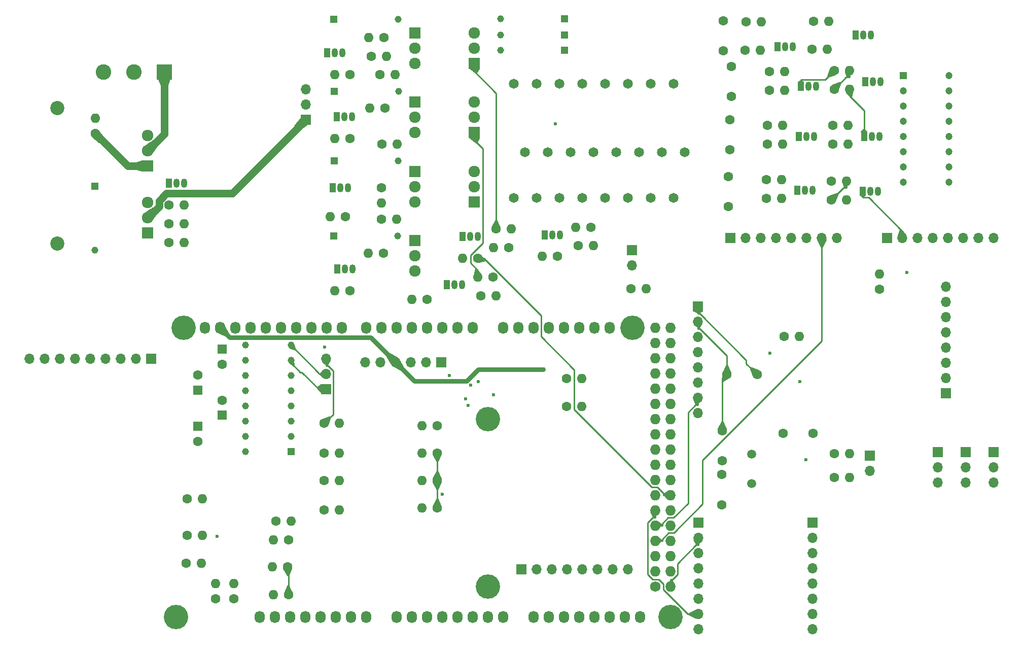
<source format=gbr>
%TF.GenerationSoftware,KiCad,Pcbnew,7.0.1*%
%TF.CreationDate,2023-07-31T19:52:26-07:00*%
%TF.ProjectId,AMS-Mega2560-Base,414d532d-4d65-4676-9132-3536302d4261,rev?*%
%TF.SameCoordinates,Original*%
%TF.FileFunction,Copper,L4,Bot*%
%TF.FilePolarity,Positive*%
%FSLAX46Y46*%
G04 Gerber Fmt 4.6, Leading zero omitted, Abs format (unit mm)*
G04 Created by KiCad (PCBNEW 7.0.1) date 2023-07-31 19:52:26*
%MOMM*%
%LPD*%
G01*
G04 APERTURE LIST*
%TA.AperFunction,ComponentPad*%
%ADD10C,1.727200*%
%TD*%
%TA.AperFunction,ComponentPad*%
%ADD11O,1.727200X1.727200*%
%TD*%
%TA.AperFunction,ComponentPad*%
%ADD12O,1.727200X2.032000*%
%TD*%
%TA.AperFunction,ComponentPad*%
%ADD13C,4.064000*%
%TD*%
%TA.AperFunction,ComponentPad*%
%ADD14C,1.650000*%
%TD*%
%TA.AperFunction,ComponentPad*%
%ADD15C,1.600000*%
%TD*%
%TA.AperFunction,ComponentPad*%
%ADD16O,1.600000X1.600000*%
%TD*%
%TA.AperFunction,ComponentPad*%
%ADD17R,1.050000X1.500000*%
%TD*%
%TA.AperFunction,ComponentPad*%
%ADD18O,1.050000X1.500000*%
%TD*%
%TA.AperFunction,ComponentPad*%
%ADD19R,1.920000X1.920000*%
%TD*%
%TA.AperFunction,ComponentPad*%
%ADD20C,1.920000*%
%TD*%
%TA.AperFunction,ComponentPad*%
%ADD21R,1.700000X1.700000*%
%TD*%
%TA.AperFunction,ComponentPad*%
%ADD22O,1.700000X1.700000*%
%TD*%
%TA.AperFunction,ComponentPad*%
%ADD23R,1.150000X1.150000*%
%TD*%
%TA.AperFunction,ComponentPad*%
%ADD24C,1.150000*%
%TD*%
%TA.AperFunction,ComponentPad*%
%ADD25R,2.600000X2.600000*%
%TD*%
%TA.AperFunction,ComponentPad*%
%ADD26C,2.600000*%
%TD*%
%TA.AperFunction,ComponentPad*%
%ADD27R,1.600000X1.600000*%
%TD*%
%TA.AperFunction,ComponentPad*%
%ADD28R,1.160000X1.160000*%
%TD*%
%TA.AperFunction,ComponentPad*%
%ADD29C,1.160000*%
%TD*%
%TA.AperFunction,ComponentPad*%
%ADD30C,2.360000*%
%TD*%
%TA.AperFunction,ComponentPad*%
%ADD31R,1.200000X1.200000*%
%TD*%
%TA.AperFunction,ComponentPad*%
%ADD32C,1.200000*%
%TD*%
%TA.AperFunction,ComponentPad*%
%ADD33C,1.500000*%
%TD*%
%TA.AperFunction,ViaPad*%
%ADD34C,0.600000*%
%TD*%
%TA.AperFunction,ViaPad*%
%ADD35C,0.762000*%
%TD*%
%TA.AperFunction,Conductor*%
%ADD36C,0.250000*%
%TD*%
%TA.AperFunction,Conductor*%
%ADD37C,1.270000*%
%TD*%
%TA.AperFunction,Conductor*%
%ADD38C,0.762000*%
%TD*%
G04 APERTURE END LIST*
D10*
%TO.P,P4,1,Pin_1*%
%TO.N,GND*%
X178021100Y-143971900D03*
D11*
%TO.P,P4,2,Pin_2*%
X180561100Y-143971900D03*
%TO.P,P4,3,Pin_3*%
%TO.N,SCLK*%
X178021100Y-141431900D03*
%TO.P,P4,4,Pin_4*%
%TO.N,unconnected-(P4-Pin_4-Pad4)*%
X180561100Y-141431900D03*
%TO.P,P4,5,Pin_5*%
%TO.N,MISO*%
X178021100Y-138891900D03*
%TO.P,P4,6,Pin_6*%
%TO.N,MOSI*%
X180561100Y-138891900D03*
%TO.P,P4,7,Pin_7*%
%TO.N,WaterCS*%
X178021100Y-136351900D03*
%TO.P,P4,8,Pin_8*%
%TO.N,Logging*%
X180561100Y-136351900D03*
%TO.P,P4,9,Pin_9*%
%TO.N,LsideCS*%
X178021100Y-133811900D03*
%TO.P,P4,10,Pin_10*%
%TO.N,IN3TTL*%
X180561100Y-133811900D03*
%TO.P,P4,11,Pin_11*%
%TO.N,RsideCS*%
X178021100Y-131271900D03*
%TO.P,P4,12,Pin_12*%
%TO.N,OUTPUTLED2*%
X180561100Y-131271900D03*
%TO.P,P4,13,Pin_13*%
%TO.N,FrontCS*%
X178021100Y-128731900D03*
%TO.P,P4,14,Pin_14*%
%TO.N,OUTPUTLED1*%
X180561100Y-128731900D03*
%TO.P,P4,15,Pin_15*%
%TO.N,AmbientCS*%
X178021100Y-126191900D03*
%TO.P,P4,16,Pin_16*%
%TO.N,unconnected-(P4-Pin_16-Pad16)*%
X180561100Y-126191900D03*
%TO.P,P4,17,Pin_17*%
%TO.N,CarbCS*%
X178021100Y-123651900D03*
%TO.P,P4,18,Pin_18*%
%TO.N,unconnected-(P4-Pin_18-Pad18)*%
X180561100Y-123651900D03*
%TO.P,P4,19,Pin_19*%
%TO.N,SDCS*%
X178021100Y-121111900D03*
%TO.P,P4,20,Pin_20*%
%TO.N,unconnected-(P4-Pin_20-Pad20)*%
X180561100Y-121111900D03*
%TO.P,P4,21,Pin_21*%
%TO.N,SDDetect*%
X178021100Y-118571900D03*
%TO.P,P4,22,Pin_22*%
%TO.N,unconnected-(P4-Pin_22-Pad22)*%
X180561100Y-118571900D03*
%TO.P,P4,23,Pin_23*%
%TO.N,CANCS*%
X178021100Y-116031900D03*
%TO.P,P4,24,Pin_24*%
%TO.N,unconnected-(P4-Pin_24-Pad24)*%
X180561100Y-116031900D03*
%TO.P,P4,25,Pin_25*%
%TO.N,CAN_TX_STBY*%
X178021100Y-113491900D03*
%TO.P,P4,26,Pin_26*%
%TO.N,unconnected-(P4-Pin_26-Pad26)*%
X180561100Y-113491900D03*
%TO.P,P4,27,Pin_27*%
%TO.N,CAN_INT*%
X178021100Y-110951900D03*
%TO.P,P4,28,Pin_28*%
%TO.N,unconnected-(P4-Pin_28-Pad28)*%
X180561100Y-110951900D03*
%TO.P,P4,29,Pin_29*%
%TO.N,unconnected-(P4-Pin_29-Pad29)*%
X178021100Y-108411900D03*
%TO.P,P4,30,Pin_30*%
%TO.N,SWSCLK*%
X180561100Y-108411900D03*
%TO.P,P4,31,Pin_31*%
%TO.N,unconnected-(P4-Pin_31-Pad31)*%
X178021100Y-105871900D03*
%TO.P,P4,32,Pin_32*%
%TO.N,SWMISO*%
X180561100Y-105871900D03*
%TO.P,P4,33,Pin_33*%
%TO.N,unconnected-(P4-Pin_33-Pad33)*%
X178021100Y-103331900D03*
%TO.P,P4,34,Pin_34*%
%TO.N,SWMOSI*%
X180561100Y-103331900D03*
%TO.P,P4,35,Pin_35*%
%TO.N,unconnected-(P4-Pin_35-Pad35)*%
X178021100Y-100791900D03*
%TO.P,P4,36,Pin_36*%
%TO.N,unconnected-(P4-Pin_36-Pad36)*%
X180561100Y-100791900D03*
%TD*%
D12*
%TO.P,P1,1,Pin_1*%
%TO.N,unconnected-(P1-Pin_1-Pad1)*%
X111981100Y-149051900D03*
%TO.P,P1,2,Pin_2*%
%TO.N,unconnected-(P1-Pin_2-Pad2)*%
X114521100Y-149051900D03*
%TO.P,P1,3,Pin_3*%
%TO.N,unconnected-(P1-Pin_3-Pad3)*%
X117061100Y-149051900D03*
%TO.P,P1,4,Pin_4*%
%TO.N,unconnected-(P1-Pin_4-Pad4)*%
X119601100Y-149051900D03*
%TO.P,P1,5,Pin_5*%
%TO.N,+5V*%
X122141100Y-149051900D03*
%TO.P,P1,6,Pin_6*%
%TO.N,GND*%
X124681100Y-149051900D03*
%TO.P,P1,7,Pin_7*%
X127221100Y-149051900D03*
%TO.P,P1,8,Pin_8*%
%TO.N,unconnected-(P1-Pin_8-Pad8)*%
X129761100Y-149051900D03*
%TD*%
%TO.P,P2,1,Pin_1*%
%TO.N,VoltageSensor*%
X134841100Y-149051900D03*
%TO.P,P2,2,Pin_2*%
%TO.N,GPSBat*%
X137381100Y-149051900D03*
%TO.P,P2,3,Pin_3*%
%TO.N,FuelPressure1*%
X139921100Y-149051900D03*
%TO.P,P2,4,Pin_4*%
%TO.N,FuelPressure2*%
X142461100Y-149051900D03*
%TO.P,P2,5,Pin_5*%
%TO.N,FuelPressure3*%
X145001100Y-149051900D03*
%TO.P,P2,6,Pin_6*%
%TO.N,OilPressure*%
X147541100Y-149051900D03*
%TO.P,P2,7,Pin_7*%
%TO.N,SpareADC1*%
X150081100Y-149051900D03*
%TO.P,P2,8,Pin_8*%
%TO.N,SpareADC2*%
X152621100Y-149051900D03*
%TD*%
%TO.P,P3,1,Pin_1*%
%TO.N,SpareADC3*%
X157701100Y-149051900D03*
%TO.P,P3,2,Pin_2*%
%TO.N,Sense1-1*%
X160241100Y-149051900D03*
%TO.P,P3,3,Pin_3*%
%TO.N,unconnected-(P3-Pin_3-Pad3)*%
X162781100Y-149051900D03*
%TO.P,P3,4,Pin_4*%
%TO.N,unconnected-(P3-Pin_4-Pad4)*%
X165321100Y-149051900D03*
%TO.P,P3,5,Pin_5*%
%TO.N,unconnected-(P3-Pin_5-Pad5)*%
X167861100Y-149051900D03*
%TO.P,P3,6,Pin_6*%
%TO.N,unconnected-(P3-Pin_6-Pad6)*%
X170401100Y-149051900D03*
%TO.P,P3,7,Pin_7*%
%TO.N,unconnected-(P3-Pin_7-Pad7)*%
X172941100Y-149051900D03*
%TO.P,P3,8,Pin_8*%
%TO.N,unconnected-(P3-Pin_8-Pad8)*%
X175481100Y-149051900D03*
%TD*%
%TO.P,P5,1,Pin_1*%
%TO.N,SCL*%
X102837100Y-100791900D03*
%TO.P,P5,2,Pin_2*%
%TO.N,SDA*%
X105377100Y-100791900D03*
%TO.P,P5,3,Pin_3*%
%TO.N,unconnected-(P5-Pin_3-Pad3)*%
X107917100Y-100791900D03*
%TO.P,P5,4,Pin_4*%
%TO.N,GND*%
X110457100Y-100791900D03*
%TO.P,P5,5,Pin_5*%
%TO.N,unconnected-(P5-Pin_5-Pad5)*%
X112997100Y-100791900D03*
%TO.P,P5,6,Pin_6*%
%TO.N,unconnected-(P5-Pin_6-Pad6)*%
X115537100Y-100791900D03*
%TO.P,P5,7,Pin_7*%
%TO.N,unconnected-(P5-Pin_7-Pad7)*%
X118077100Y-100791900D03*
%TO.P,P5,8,Pin_8*%
%TO.N,unconnected-(P5-Pin_8-Pad8)*%
X120617100Y-100791900D03*
%TO.P,P5,9,Pin_9*%
%TO.N,unconnected-(P5-Pin_9-Pad9)*%
X123157100Y-100791900D03*
%TO.P,P5,10,Pin_10*%
%TO.N,OUTPUTSiren*%
X125697100Y-100791900D03*
%TD*%
%TO.P,P6,1,Pin_1*%
%TO.N,OUTPUT4*%
X129761100Y-100791900D03*
%TO.P,P6,2,Pin_2*%
%TO.N,OUTPUT3*%
X132301100Y-100791900D03*
%TO.P,P6,3,Pin_3*%
%TO.N,OUTPUT2*%
X134841100Y-100791900D03*
%TO.P,P6,4,Pin_4*%
%TO.N,OUTPUT1*%
X137381100Y-100791900D03*
%TO.P,P6,5,Pin_5*%
%TO.N,IN2TTL*%
X139921100Y-100791900D03*
%TO.P,P6,6,Pin_6*%
%TO.N,IN1TTL*%
X142461100Y-100791900D03*
%TO.P,P6,7,Pin_7*%
%TO.N,unconnected-(P6-Pin_7-Pad7)*%
X145001100Y-100791900D03*
%TO.P,P6,8,Pin_8*%
%TO.N,unconnected-(P6-Pin_8-Pad8)*%
X147541100Y-100791900D03*
%TD*%
%TO.P,P7,1,Pin_1*%
%TO.N,GPSRX*%
X152621100Y-100791900D03*
%TO.P,P7,2,Pin_2*%
%TO.N,GPSTX*%
X155161100Y-100791900D03*
%TO.P,P7,3,Pin_3*%
%TO.N,Com1TX*%
X157701100Y-100791900D03*
%TO.P,P7,4,Pin_4*%
%TO.N,Com1RX*%
X160241100Y-100791900D03*
%TO.P,P7,5,Pin_5*%
%TO.N,Com2TX*%
X162781100Y-100791900D03*
%TO.P,P7,6,Pin_6*%
%TO.N,Com2RX*%
X165321100Y-100791900D03*
%TO.P,P7,7,Pin_7*%
%TO.N,SDA*%
X167861100Y-100791900D03*
%TO.P,P7,8,Pin_8*%
%TO.N,SCL*%
X170401100Y-100791900D03*
%TD*%
D13*
%TO.P,P8,1,Pin_1*%
%TO.N,unconnected-(P8-Pin_1-Pad1)*%
X98011100Y-149051900D03*
%TD*%
%TO.P,P9,1,Pin_1*%
%TO.N,unconnected-(P9-Pin_1-Pad1)*%
X150081100Y-143971900D03*
%TD*%
%TO.P,P10,1,Pin_1*%
%TO.N,unconnected-(P10-Pin_1-Pad1)*%
X180561100Y-149051900D03*
%TD*%
%TO.P,P11,1,Pin_1*%
%TO.N,unconnected-(P11-Pin_1-Pad1)*%
X99281100Y-100791900D03*
%TD*%
%TO.P,P12,1,Pin_1*%
%TO.N,unconnected-(P12-Pin_1-Pad1)*%
X150081100Y-116031900D03*
%TD*%
%TO.P,P13,1,Pin_1*%
%TO.N,unconnected-(P13-Pin_1-Pad1)*%
X174211100Y-100791900D03*
%TD*%
D14*
%TO.P,J4,1,1*%
%TO.N,Sense1-1*%
X181080800Y-79145100D03*
%TO.P,J4,2,2*%
%TO.N,Sense1-2*%
X177270800Y-79145100D03*
%TO.P,J4,3,3*%
%TO.N,Sense1-3*%
X173460800Y-79145100D03*
%TO.P,J4,4,4*%
%TO.N,Sense1-4*%
X169650800Y-79145100D03*
%TO.P,J4,5,5*%
%TO.N,Sense1-5*%
X182980800Y-71525100D03*
%TO.P,J4,6,6*%
%TO.N,Sense1-6*%
X179170800Y-71525100D03*
%TO.P,J4,7,7*%
%TO.N,Sense1-7*%
X175360800Y-71525100D03*
%TO.P,J4,8,8*%
%TO.N,Sense1-8*%
X171550800Y-71525100D03*
%TO.P,J4,9,9*%
%TO.N,Sense1-9*%
X181080800Y-60095100D03*
%TO.P,J4,10,10*%
%TO.N,Sense1-10*%
X177270800Y-60095100D03*
%TO.P,J4,11,11*%
%TO.N,Sense1-11*%
X173460800Y-60095100D03*
%TO.P,J4,12,12*%
%TO.N,Sense1-12*%
X169650800Y-60095100D03*
%TD*%
%TO.P,J5,1,1*%
%TO.N,Sense2-1*%
X165836500Y-79145100D03*
%TO.P,J5,2,2*%
%TO.N,Sense2-2*%
X162026500Y-79145100D03*
%TO.P,J5,3,3*%
%TO.N,Sense2-3*%
X158216500Y-79145100D03*
%TO.P,J5,4,4*%
%TO.N,Sense2-4*%
X154406500Y-79145100D03*
%TO.P,J5,5,5*%
%TO.N,Sense2-5*%
X167736500Y-71525100D03*
%TO.P,J5,6,6*%
%TO.N,Sense2-6*%
X163926500Y-71525100D03*
%TO.P,J5,7,7*%
%TO.N,Sense2-7*%
X160116500Y-71525100D03*
%TO.P,J5,8,8*%
%TO.N,Sense2-8*%
X156306500Y-71525100D03*
%TO.P,J5,9,9*%
%TO.N,Sense2-9*%
X165836500Y-60095100D03*
%TO.P,J5,10,10*%
%TO.N,Sense2-10*%
X162026500Y-60095100D03*
%TO.P,J5,11,11*%
%TO.N,Sense2-11*%
X158216500Y-60095100D03*
%TO.P,J5,12,12*%
%TO.N,Sense2-12*%
X154406500Y-60095100D03*
%TD*%
D15*
%TO.P,R31,1*%
%TO.N,Net-(Q2-D)*%
X197062500Y-61155500D03*
D16*
%TO.P,R31,2*%
%TO.N,Net-(Q21-CATHODE_2)*%
X199602500Y-61155500D03*
%TD*%
D17*
%TO.P,Q8,1,S*%
%TO.N,GND*%
X145869300Y-85561400D03*
D18*
%TO.P,Q8,2,G*%
%TO.N,OUTPUTLED1*%
X147139300Y-85561400D03*
%TO.P,Q8,3,D*%
%TO.N,Net-(Q8-D)*%
X148409300Y-85561400D03*
%TD*%
D15*
%TO.P,R43,1*%
%TO.N,+VDC*%
X153587000Y-87436700D03*
D16*
%TO.P,R43,2*%
%TO.N,Net-(Q10-Pad1)*%
X151047000Y-87436700D03*
%TD*%
D17*
%TO.P,Q16,1,S*%
%TO.N,GND*%
X159603700Y-85255900D03*
D18*
%TO.P,Q16,2,G*%
%TO.N,OUTPUTSiren*%
X160873700Y-85255900D03*
%TO.P,Q16,3,D*%
%TO.N,Net-(Q16-D)*%
X162143700Y-85255900D03*
%TD*%
D19*
%TO.P,Q13,1*%
%TO.N,Net-(Q13-Pad1)*%
X137948300Y-74690000D03*
D20*
%TO.P,Q13,2*%
%TO.N,Sense2-9*%
X137948300Y-77230000D03*
%TO.P,Q13,3*%
%TO.N,+VDC*%
X137948300Y-79770000D03*
%TD*%
D15*
%TO.P,R63,1*%
%TO.N,Net-(J10-Pin_2)*%
X174000700Y-94237500D03*
D16*
%TO.P,R63,2*%
%TO.N,Sense1-5*%
X176540700Y-94237500D03*
%TD*%
D15*
%TO.P,R24,1*%
%TO.N,GND*%
X141650500Y-121671700D03*
D16*
%TO.P,R24,2*%
%TO.N,SpareADC2*%
X139110500Y-121671700D03*
%TD*%
D15*
%TO.P,R56,1*%
%TO.N,Net-(Q18-Pad1)*%
X165174600Y-87090400D03*
D16*
%TO.P,R56,2*%
%TO.N,Net-(Q16-D)*%
X167714600Y-87090400D03*
%TD*%
D19*
%TO.P,Q6,1*%
%TO.N,Net-(Q6-Pad1)*%
X93319000Y-73790400D03*
D20*
%TO.P,Q6,2*%
%TO.N,Net-(#FLG03-pwr)*%
X93319000Y-71250400D03*
%TO.P,Q6,3*%
%TO.N,Net-(#FLG0103-pwr)*%
X93319000Y-68710400D03*
%TD*%
D15*
%TO.P,R59,1*%
%TO.N,Net-(Q20-Pad1)*%
X132753300Y-52337500D03*
D16*
%TO.P,R59,2*%
%TO.N,Net-(Q19-D)*%
X130213300Y-52337500D03*
%TD*%
D15*
%TO.P,R12,1*%
%TO.N,GND*%
X122751400Y-121680200D03*
D16*
%TO.P,R12,2*%
%TO.N,Sense1-3*%
X125291400Y-121680200D03*
%TD*%
D15*
%TO.P,R48,1*%
%TO.N,Net-(Q13-Pad1)*%
X132330700Y-77430500D03*
D16*
%TO.P,R48,2*%
%TO.N,Net-(Q11-D)*%
X132330700Y-79970500D03*
%TD*%
D15*
%TO.P,R26,1*%
%TO.N,GND*%
X141650500Y-130872700D03*
D16*
%TO.P,R26,2*%
%TO.N,Sense2-7*%
X139110500Y-130872700D03*
%TD*%
D15*
%TO.P,R41,1*%
%TO.N,+VDC*%
X132040600Y-58566000D03*
D16*
%TO.P,R41,2*%
%TO.N,Net-(Q9-Pad1)*%
X134580600Y-58566000D03*
%TD*%
D15*
%TO.P,R65,1*%
%TO.N,+5V*%
X207963000Y-121755900D03*
D16*
%TO.P,R65,2*%
%TO.N,/CAN Bus/CAN_INT*%
X210503000Y-121755900D03*
%TD*%
D15*
%TO.P,R21,1*%
%TO.N,Net-(Q6-Pad1)*%
X84534800Y-68356300D03*
D16*
%TO.P,R21,2*%
%TO.N,GND*%
X84534800Y-65816300D03*
%TD*%
D15*
%TO.P,R22,1*%
%TO.N,GND*%
X122751400Y-131190900D03*
D16*
%TO.P,R22,2*%
%TO.N,SpareADC1*%
X125291400Y-131190900D03*
%TD*%
D21*
%TO.P,T3,1,Pin_1*%
%TO.N,+5V*%
X185205600Y-133341400D03*
D22*
%TO.P,T3,2,Pin_2*%
%TO.N,GND*%
X185205600Y-135881400D03*
%TO.P,T3,3,Pin_3*%
%TO.N,unconnected-(T3-Pin_3-Pad3)*%
X185205600Y-138421400D03*
%TO.P,T3,4,Pin_4*%
%TO.N,RTDSCLK*%
X185205600Y-140961400D03*
%TO.P,T3,5,Pin_5*%
%TO.N,RTDMISO*%
X185205600Y-143501400D03*
%TO.P,T3,6,Pin_6*%
%TO.N,RTDMOSI*%
X185205600Y-146041400D03*
%TO.P,T3,7,Pin_7*%
%TO.N,RsideCS*%
X185205600Y-148581400D03*
%TO.P,T3,8,Pin_8*%
%TO.N,unconnected-(T3-Pin_8-Pad8)*%
X185205600Y-151121400D03*
%TD*%
D15*
%TO.P,R58,1*%
%TO.N,+VDC*%
X130663300Y-55452600D03*
D16*
%TO.P,R58,2*%
%TO.N,Net-(Q20-Pad1)*%
X133203300Y-55452600D03*
%TD*%
D21*
%TO.P,J9,1,Pin_1*%
%TO.N,/Sheet6152913C/RSCOM2TX*%
X123089500Y-111075800D03*
D22*
%TO.P,J9,2,Pin_2*%
%TO.N,/Sheet6152913C/RSCOM2RX*%
X123089500Y-108535800D03*
%TO.P,J9,3,Pin_3*%
%TO.N,GND*%
X123089500Y-105995800D03*
%TD*%
D15*
%TO.P,R11,1*%
%TO.N,Net-(Q24-D)*%
X207680200Y-67007700D03*
D16*
%TO.P,R11,2*%
%TO.N,Net-(Q3-G)*%
X210220200Y-67007700D03*
%TD*%
D15*
%TO.P,R19,1*%
%TO.N,GND*%
X122751400Y-116744400D03*
D16*
%TO.P,R19,2*%
%TO.N,OilPressure*%
X125291400Y-116744400D03*
%TD*%
D17*
%TO.P,Q15,1,S*%
%TO.N,GND*%
X124980900Y-91002600D03*
D18*
%TO.P,Q15,2,G*%
%TO.N,OUTPUT4*%
X126250900Y-91002600D03*
%TO.P,Q15,3,D*%
%TO.N,Net-(Q15-D)*%
X127520900Y-91002600D03*
%TD*%
D23*
%TO.P,Z9,1*%
%TO.N,+VDC*%
X84521500Y-77164000D03*
D24*
%TO.P,Z9,2*%
%TO.N,Net-(Q22-Pad1)*%
X84521500Y-87864000D03*
%TD*%
D25*
%TO.P,J21,1,Pin_1*%
%TO.N,Net-(#FLG03-pwr)*%
X96112600Y-58096800D03*
D26*
%TO.P,J21,2,Pin_2*%
%TO.N,GND*%
X91032600Y-58096800D03*
%TO.P,J21,3,Pin_3*%
%TO.N,PowerOn*%
X85952600Y-58096800D03*
%TD*%
D15*
%TO.P,R64,1*%
%TO.N,GND*%
X199595500Y-102214500D03*
D16*
%TO.P,R64,2*%
%TO.N,CAN_TX_STBY*%
X202135500Y-102214500D03*
%TD*%
D21*
%TO.P,T4,1,Pin_1*%
%TO.N,+5V*%
X204282700Y-133341400D03*
D22*
%TO.P,T4,2,Pin_2*%
%TO.N,GND*%
X204282700Y-135881400D03*
%TO.P,T4,3,Pin_3*%
%TO.N,unconnected-(T4-Pin_3-Pad3)*%
X204282700Y-138421400D03*
%TO.P,T4,4,Pin_4*%
%TO.N,RTDSCLK*%
X204282700Y-140961400D03*
%TO.P,T4,5,Pin_5*%
%TO.N,RTDMISO*%
X204282700Y-143501400D03*
%TO.P,T4,6,Pin_6*%
%TO.N,RTDMOSI*%
X204282700Y-146041400D03*
%TO.P,T4,7,Pin_7*%
%TO.N,FrontCS*%
X204282700Y-148581400D03*
%TO.P,T4,8,Pin_8*%
%TO.N,unconnected-(T4-Pin_8-Pad8)*%
X204282700Y-151121400D03*
%TD*%
D15*
%TO.P,R46,1*%
%TO.N,OUTPUTLED2*%
X139912900Y-96025600D03*
D16*
%TO.P,R46,2*%
%TO.N,GND*%
X137372900Y-96025600D03*
%TD*%
D15*
%TO.P,R34,1*%
%TO.N,Net-(Q25-G)*%
X196570900Y-76078200D03*
D16*
%TO.P,R34,2*%
%TO.N,GND*%
X199110900Y-76078200D03*
%TD*%
D15*
%TO.P,C5,1*%
%TO.N,Sense1-7*%
X190771500Y-62155500D03*
%TO.P,C5,2*%
%TO.N,GND*%
X190771500Y-57155500D03*
%TD*%
%TO.P,R36,1*%
%TO.N,+5V*%
X163218700Y-113941500D03*
D16*
%TO.P,R36,2*%
%TO.N,SCL*%
X165758700Y-113941500D03*
%TD*%
D17*
%TO.P,Q19,1,S*%
%TO.N,GND*%
X123281600Y-54920500D03*
D18*
%TO.P,Q19,2,G*%
%TO.N,OUTPUT1*%
X124551600Y-54920500D03*
%TO.P,Q19,3,D*%
%TO.N,Net-(Q19-D)*%
X125821600Y-54920500D03*
%TD*%
D21*
%TO.P,J6,1,Pin_1*%
%TO.N,unconnected-(J6-Pin_1-Pad1)*%
X93896800Y-105925600D03*
D22*
%TO.P,J6,2,Pin_2*%
%TO.N,unconnected-(J6-Pin_2-Pad2)*%
X91356800Y-105925600D03*
%TO.P,J6,3,Pin_3*%
%TO.N,GPSBat*%
X88816800Y-105925600D03*
%TO.P,J6,4,Pin_4*%
%TO.N,unconnected-(J6-Pin_4-Pad4)*%
X86276800Y-105925600D03*
%TO.P,J6,5,Pin_5*%
%TO.N,GPSTX*%
X83736800Y-105925600D03*
%TO.P,J6,6,Pin_6*%
%TO.N,GPSRX*%
X81196800Y-105925600D03*
%TO.P,J6,7,Pin_7*%
%TO.N,GND*%
X78656800Y-105925600D03*
%TO.P,J6,8,Pin_8*%
%TO.N,+5V*%
X76116800Y-105925600D03*
%TO.P,J6,9,Pin_9*%
%TO.N,unconnected-(J6-Pin_9-Pad9)*%
X73576800Y-105925600D03*
%TD*%
D15*
%TO.P,R5,1*%
%TO.N,Net-(Q28-D)*%
X204438900Y-49635500D03*
D16*
%TO.P,R5,2*%
%TO.N,Net-(Q1-G)*%
X206978900Y-49635500D03*
%TD*%
D19*
%TO.P,Q20,1*%
%TO.N,Net-(Q20-Pad1)*%
X137948300Y-51591400D03*
D20*
%TO.P,Q20,2*%
%TO.N,Sense2-3*%
X137948300Y-54131400D03*
%TO.P,Q20,3*%
%TO.N,+VDC*%
X137948300Y-56671400D03*
%TD*%
D15*
%TO.P,R2,1*%
%TO.N,GND*%
X99906600Y-135387200D03*
D16*
%TO.P,R2,2*%
%TO.N,Sense1-12*%
X102446600Y-135387200D03*
%TD*%
D23*
%TO.P,Z5,1*%
%TO.N,+VDC*%
X124379600Y-85479800D03*
D24*
%TO.P,Z5,2*%
%TO.N,Net-(Q17-Pad1)*%
X135079600Y-85479800D03*
%TD*%
D15*
%TO.P,R49,1*%
%TO.N,+VDC*%
X150974700Y-92348200D03*
D16*
%TO.P,R49,2*%
%TO.N,Net-(Q14-Pad1)*%
X148434700Y-92348200D03*
%TD*%
D15*
%TO.P,R1,1*%
%TO.N,+5V*%
X215437900Y-94386400D03*
D16*
%TO.P,R1,2*%
%TO.N,SDDetect*%
X215437900Y-91846400D03*
%TD*%
D17*
%TO.P,Q12,1,S*%
%TO.N,GND*%
X143217100Y-93590800D03*
D18*
%TO.P,Q12,2,G*%
%TO.N,OUTPUTLED2*%
X144487100Y-93590800D03*
%TO.P,Q12,3,D*%
%TO.N,Net-(Q12-D)*%
X145757100Y-93590800D03*
%TD*%
D27*
%TO.P,C39,1*%
%TO.N,GND*%
X105777600Y-104378800D03*
D15*
%TO.P,C39,2*%
%TO.N,Net-(#FLG0105-pwr)*%
X105777600Y-106878800D03*
%TD*%
D17*
%TO.P,Q2,1,S*%
%TO.N,GND*%
X213092300Y-59757100D03*
D18*
%TO.P,Q2,2,G*%
%TO.N,Net-(Q2-G)*%
X214362300Y-59757100D03*
%TO.P,Q2,3,D*%
%TO.N,Net-(Q2-D)*%
X215632300Y-59757100D03*
%TD*%
D17*
%TO.P,Q25,1,D*%
%TO.N,Net-(Q25-D)*%
X201732600Y-77886500D03*
D18*
%TO.P,Q25,2,G*%
%TO.N,Net-(Q25-G)*%
X203002600Y-77886500D03*
%TO.P,Q25,3,S*%
%TO.N,Sense2-1*%
X204272600Y-77886500D03*
%TD*%
D27*
%TO.P,C40,1*%
%TO.N,Net-(#FLG0106-pwr)*%
X101718200Y-117243200D03*
D15*
%TO.P,C40,2*%
%TO.N,+5V*%
X101718200Y-119743200D03*
%TD*%
%TO.P,R47,1*%
%TO.N,+VDC*%
X132450100Y-70105300D03*
D16*
%TO.P,R47,2*%
%TO.N,Net-(Q13-Pad1)*%
X134990100Y-70105300D03*
%TD*%
D21*
%TO.P,J8,1,Pin_1*%
%TO.N,SWMOSI*%
X229872200Y-121547800D03*
D22*
%TO.P,J8,2,Pin_2*%
%TO.N,RTDMOSI*%
X229872200Y-124087800D03*
%TO.P,J8,3,Pin_3*%
%TO.N,MOSI*%
X229872200Y-126627800D03*
%TD*%
D15*
%TO.P,C11,1*%
%TO.N,Net-(IC3-OSC2)*%
X189232600Y-122947700D03*
%TO.P,C11,2*%
%TO.N,GND*%
X189232600Y-117947700D03*
%TD*%
%TO.P,R42,1*%
%TO.N,Net-(Q9-Pad1)*%
X132887300Y-64171300D03*
D16*
%TO.P,R42,2*%
%TO.N,Net-(Q7-D)*%
X130347300Y-64171300D03*
%TD*%
D15*
%TO.P,R18,1*%
%TO.N,GND*%
X122751400Y-126260600D03*
D16*
%TO.P,R18,2*%
%TO.N,Sense2-10*%
X125291400Y-126260600D03*
%TD*%
D19*
%TO.P,Q17,1*%
%TO.N,Net-(Q17-Pad1)*%
X137948300Y-86239200D03*
D20*
%TO.P,Q17,2*%
%TO.N,Sense2-12*%
X137948300Y-88779200D03*
%TO.P,Q17,3*%
%TO.N,+VDC*%
X137948300Y-91319200D03*
%TD*%
D15*
%TO.P,R69,1*%
%TO.N,GND*%
X116816400Y-145349000D03*
D16*
%TO.P,R69,2*%
%TO.N,FuelPressure3*%
X114276400Y-145349000D03*
%TD*%
D17*
%TO.P,Q28,1,D*%
%TO.N,Net-(Q28-D)*%
X198434900Y-53868800D03*
D18*
%TO.P,Q28,2,G*%
%TO.N,Net-(Q28-G)*%
X199704900Y-53868800D03*
%TO.P,Q28,3,S*%
%TO.N,Sense1-10*%
X200974900Y-53868800D03*
%TD*%
D17*
%TO.P,Q11,1,S*%
%TO.N,GND*%
X124175200Y-77430200D03*
D18*
%TO.P,Q11,2,G*%
%TO.N,OUTPUT3*%
X125445200Y-77430200D03*
%TO.P,Q11,3,D*%
%TO.N,Net-(Q11-D)*%
X126715200Y-77430200D03*
%TD*%
D15*
%TO.P,R20,1*%
%TO.N,GND*%
X116672700Y-140684700D03*
D16*
%TO.P,R20,2*%
%TO.N,Sense1-6*%
X114132700Y-140684700D03*
%TD*%
D15*
%TO.P,R45,1*%
%TO.N,OUTPUT3*%
X126348800Y-82222500D03*
D16*
%TO.P,R45,2*%
%TO.N,GND*%
X123808800Y-82222500D03*
%TD*%
D15*
%TO.P,R28,1*%
%TO.N,+VDC*%
X96867100Y-83431200D03*
D16*
%TO.P,R28,2*%
%TO.N,Net-(Q22-Pad1)*%
X99407100Y-83431200D03*
%TD*%
D15*
%TO.P,R67,1*%
%TO.N,Net-(Q28-G)*%
X193167700Y-49742800D03*
D16*
%TO.P,R67,2*%
%TO.N,GND*%
X195707700Y-49742800D03*
%TD*%
D19*
%TO.P,Q22,1*%
%TO.N,Net-(Q22-Pad1)*%
X93303400Y-85000200D03*
D20*
%TO.P,Q22,2*%
%TO.N,VPP*%
X93303400Y-82460200D03*
%TO.P,Q22,3*%
%TO.N,+VDC*%
X93303400Y-79920200D03*
%TD*%
D21*
%TO.P,J10,1,Pin_1*%
%TO.N,Sense1-2*%
X174115600Y-87855000D03*
D22*
%TO.P,J10,2,Pin_2*%
%TO.N,Net-(J10-Pin_2)*%
X174115600Y-90395000D03*
%TD*%
D15*
%TO.P,R16,1*%
%TO.N,VPP*%
X114737400Y-133063100D03*
D16*
%TO.P,R16,2*%
%TO.N,/BufferedADC1/ADCIN4*%
X117277400Y-133063100D03*
%TD*%
D21*
%TO.P,J3,1,Pin_1*%
%TO.N,+5V*%
X226581200Y-111690700D03*
D22*
%TO.P,J3,2,Pin_2*%
%TO.N,unconnected-(J3-Pin_2-Pad2)*%
X226581200Y-109150700D03*
%TO.P,J3,3,Pin_3*%
%TO.N,GND*%
X226581200Y-106610700D03*
%TO.P,J3,4,Pin_4*%
%TO.N,SCLK*%
X226581200Y-104070700D03*
%TO.P,J3,5,Pin_5*%
%TO.N,MISO*%
X226581200Y-101530700D03*
%TO.P,J3,6,Pin_6*%
%TO.N,MOSI*%
X226581200Y-98990700D03*
%TO.P,J3,7,Pin_7*%
%TO.N,SDCS*%
X226581200Y-96450700D03*
%TO.P,J3,8,Pin_8*%
%TO.N,SDDetect*%
X226581200Y-93910700D03*
%TD*%
D15*
%TO.P,R23,1*%
%TO.N,GND*%
X141650500Y-117151100D03*
D16*
%TO.P,R23,2*%
%TO.N,SpareADC3*%
X139110500Y-117151100D03*
%TD*%
D21*
%TO.P,T2,1,Pin_1*%
%TO.N,+5V*%
X185138800Y-97249500D03*
D22*
%TO.P,T2,2,Pin_2*%
%TO.N,GND*%
X185138800Y-99789500D03*
%TO.P,T2,3,Pin_3*%
%TO.N,unconnected-(T2-Pin_3-Pad3)*%
X185138800Y-102329500D03*
%TO.P,T2,4,Pin_4*%
%TO.N,RTDSCLK*%
X185138800Y-104869500D03*
%TO.P,T2,5,Pin_5*%
%TO.N,RTDMISO*%
X185138800Y-107409500D03*
%TO.P,T2,6,Pin_6*%
%TO.N,RTDMOSI*%
X185138800Y-109949500D03*
%TO.P,T2,7,Pin_7*%
%TO.N,LsideCS*%
X185138800Y-112489500D03*
%TO.P,T2,8,Pin_8*%
%TO.N,unconnected-(T2-Pin_8-Pad8)*%
X185138800Y-115029500D03*
%TD*%
D15*
%TO.P,R29,1*%
%TO.N,Net-(Q22-Pad1)*%
X96850700Y-86549200D03*
D16*
%TO.P,R29,2*%
%TO.N,Net-(Q5-D)*%
X99390700Y-86549200D03*
%TD*%
D28*
%TO.P,IC17,1,C1+*%
%TO.N,Net-(IC17-C1+)*%
X117227000Y-121483700D03*
D29*
%TO.P,IC17,2,V+*%
%TO.N,Net-(#FLG0106-pwr)*%
X117227000Y-118943700D03*
%TO.P,IC17,3,C1-*%
%TO.N,Net-(IC17-C1-)*%
X117227000Y-116403700D03*
%TO.P,IC17,4,C2+*%
%TO.N,Net-(IC17-C2+)*%
X117227000Y-113863700D03*
%TO.P,IC17,5,C2-*%
%TO.N,Net-(IC17-C2-)*%
X117227000Y-111323700D03*
%TO.P,IC17,6,V-*%
%TO.N,Net-(#FLG0105-pwr)*%
X117227000Y-108783700D03*
%TO.P,IC17,7,T2OUT*%
%TO.N,/Sheet6152913C/RSCOM2TX*%
X117227000Y-106243700D03*
%TO.P,IC17,8,R2IN*%
%TO.N,/Sheet6152913C/RSCOM2RX*%
X117227000Y-103703700D03*
%TO.P,IC17,9,R2OUT*%
%TO.N,Com2RX*%
X109607000Y-103703700D03*
%TO.P,IC17,10,T2IN*%
%TO.N,Com2TX*%
X109607000Y-106243700D03*
%TO.P,IC17,11,T1IN*%
%TO.N,Com1TX*%
X109607000Y-108783700D03*
%TO.P,IC17,12,R1OUT*%
%TO.N,Com1RX*%
X109607000Y-111323700D03*
%TO.P,IC17,13,R1IN*%
%TO.N,Sense1-8*%
X109607000Y-113863700D03*
%TO.P,IC17,14,T1OUT*%
%TO.N,Sense1-11*%
X109607000Y-116403700D03*
%TO.P,IC17,15,GND*%
%TO.N,GND*%
X109607000Y-118943700D03*
%TO.P,IC17,16,VCC*%
%TO.N,+5V*%
X109607000Y-121483700D03*
%TD*%
D15*
%TO.P,R4,1*%
%TO.N,GND*%
X116863700Y-136197100D03*
D16*
%TO.P,R4,2*%
%TO.N,/BufferedADC1/ADCIN4*%
X114323700Y-136197100D03*
%TD*%
D15*
%TO.P,R8,1*%
%TO.N,Net-(Q1-G)*%
X204190800Y-54281900D03*
D16*
%TO.P,R8,2*%
%TO.N,GND*%
X206730800Y-54281900D03*
%TD*%
D17*
%TO.P,Q3,1,S*%
%TO.N,GND*%
X212897400Y-68857200D03*
D18*
%TO.P,Q3,2,G*%
%TO.N,Net-(Q3-G)*%
X214167400Y-68857200D03*
%TO.P,Q3,3,D*%
%TO.N,Net-(Q3-D)*%
X215437400Y-68857200D03*
%TD*%
D23*
%TO.P,Z1,1*%
%TO.N,+VDC*%
X124469800Y-61361800D03*
D24*
%TO.P,Z1,2*%
%TO.N,Net-(Q9-Pad1)*%
X135169800Y-61361800D03*
%TD*%
D15*
%TO.P,R50,1*%
%TO.N,Net-(Q14-Pad1)*%
X148881600Y-95455700D03*
D16*
%TO.P,R50,2*%
%TO.N,Net-(Q12-D)*%
X151421600Y-95455700D03*
%TD*%
D27*
%TO.P,C38,1*%
%TO.N,Net-(IC17-C2+)*%
X101718200Y-111166200D03*
D15*
%TO.P,C38,2*%
%TO.N,Net-(IC17-C2-)*%
X101718200Y-108666200D03*
%TD*%
D23*
%TO.P,Z7,1*%
%TO.N,+VDC*%
X124403000Y-49296100D03*
D24*
%TO.P,Z7,2*%
%TO.N,Net-(Q20-Pad1)*%
X135103000Y-49296100D03*
%TD*%
D23*
%TO.P,Z3,1*%
%TO.N,+VDC*%
X124430900Y-72953300D03*
D24*
%TO.P,Z3,2*%
%TO.N,Net-(Q13-Pad1)*%
X135130900Y-72953300D03*
%TD*%
D30*
%TO.P,U1,1,1*%
%TO.N,Net-(#FLG0103-pwr)*%
X78250100Y-64100700D03*
%TO.P,U1,2,2*%
%TO.N,+VDC*%
X78250100Y-86700700D03*
%TD*%
D21*
%TO.P,J11,1,Pin_1*%
%TO.N,/CAN Bus/CAN_INT*%
X213845000Y-122132000D03*
D22*
%TO.P,J11,2,Pin_2*%
%TO.N,CAN_INT*%
X213845000Y-124672000D03*
%TD*%
D17*
%TO.P,Q7,1,S*%
%TO.N,GND*%
X124895600Y-65590600D03*
D18*
%TO.P,Q7,2,G*%
%TO.N,OUTPUT2*%
X126165600Y-65590600D03*
%TO.P,Q7,3,D*%
%TO.N,Net-(Q7-D)*%
X127435600Y-65590600D03*
%TD*%
D15*
%TO.P,R66,1*%
%TO.N,/CAN Bus/CAN_INT*%
X207963000Y-125805900D03*
D16*
%TO.P,R66,2*%
%TO.N,GND*%
X210503000Y-125805900D03*
%TD*%
D15*
%TO.P,R14,1*%
%TO.N,Net-(Q25-D)*%
X207461300Y-76295800D03*
D16*
%TO.P,R14,2*%
%TO.N,Net-(Q4-G)*%
X210001300Y-76295800D03*
%TD*%
D15*
%TO.P,R15,1*%
%TO.N,Net-(Q4-G)*%
X207438700Y-79453500D03*
D16*
%TO.P,R15,2*%
%TO.N,GND*%
X209978700Y-79453500D03*
%TD*%
D15*
%TO.P,R30,1*%
%TO.N,Net-(Q23-G)*%
X197077800Y-58031600D03*
D16*
%TO.P,R30,2*%
%TO.N,GND*%
X199617800Y-58031600D03*
%TD*%
D21*
%TO.P,T1,1,Pin_1*%
%TO.N,+5V*%
X190610600Y-85780400D03*
D22*
%TO.P,T1,2,Pin_2*%
%TO.N,GND*%
X193150600Y-85780400D03*
%TO.P,T1,3,Pin_3*%
%TO.N,unconnected-(T1-Pin_3-Pad3)*%
X195690600Y-85780400D03*
%TO.P,T1,4,Pin_4*%
%TO.N,RTDSCLK*%
X198230600Y-85780400D03*
%TO.P,T1,5,Pin_5*%
%TO.N,RTDMISO*%
X200770600Y-85780400D03*
%TO.P,T1,6,Pin_6*%
%TO.N,RTDMOSI*%
X203310600Y-85780400D03*
%TO.P,T1,7,Pin_7*%
%TO.N,WaterCS*%
X205850600Y-85780400D03*
%TO.P,T1,8,Pin_8*%
%TO.N,unconnected-(T1-Pin_8-Pad8)*%
X208390600Y-85780400D03*
%TD*%
D21*
%TO.P,J1,1,Pin_1*%
%TO.N,SWSCLK*%
X234522200Y-121547800D03*
D22*
%TO.P,J1,2,Pin_2*%
%TO.N,RTDSCLK*%
X234522200Y-124087800D03*
%TO.P,J1,3,Pin_3*%
%TO.N,SCLK*%
X234522200Y-126627800D03*
%TD*%
D21*
%TO.P,J12,1,Pin_1*%
%TO.N,unconnected-(J12-Pin_1-Pad1)*%
X142301000Y-106524600D03*
D22*
%TO.P,J12,2,Pin_2*%
%TO.N,unconnected-(J12-Pin_2-Pad2)*%
X139761000Y-106524600D03*
%TO.P,J12,3,Pin_3*%
%TO.N,SCL*%
X137221000Y-106524600D03*
%TO.P,J12,4,Pin_4*%
%TO.N,SDA*%
X134681000Y-106524600D03*
%TO.P,J12,5,Pin_5*%
%TO.N,+5V*%
X132141000Y-106524600D03*
%TO.P,J12,6,Pin_6*%
%TO.N,GND*%
X129601000Y-106524600D03*
%TD*%
D15*
%TO.P,R32,1*%
%TO.N,Net-(Q24-G)*%
X196780800Y-67008000D03*
D16*
%TO.P,R32,2*%
%TO.N,GND*%
X199320800Y-67008000D03*
%TD*%
D19*
%TO.P,Q14,1*%
%TO.N,Net-(Q14-Pad1)*%
X147835600Y-68220700D03*
D20*
%TO.P,Q14,2*%
%TO.N,Sense2-8*%
X147835600Y-65680700D03*
%TO.P,Q14,3*%
%TO.N,+VDC*%
X147835600Y-63140700D03*
%TD*%
D15*
%TO.P,C10,1*%
%TO.N,+5V*%
X195024500Y-108550300D03*
%TO.P,C10,2*%
%TO.N,GND*%
X190024500Y-108550300D03*
%TD*%
%TO.P,C6,1*%
%TO.N,Sense1-4*%
X190529600Y-71112700D03*
%TO.P,C6,2*%
%TO.N,GND*%
X190529600Y-66112700D03*
%TD*%
D21*
%TO.P,T5,1,Pin_1*%
%TO.N,+5V*%
X216780000Y-85843500D03*
D22*
%TO.P,T5,2,Pin_2*%
%TO.N,GND*%
X219320000Y-85843500D03*
%TO.P,T5,3,Pin_3*%
%TO.N,unconnected-(T5-Pin_3-Pad3)*%
X221860000Y-85843500D03*
%TO.P,T5,4,Pin_4*%
%TO.N,RTDSCLK*%
X224400000Y-85843500D03*
%TO.P,T5,5,Pin_5*%
%TO.N,RTDMISO*%
X226940000Y-85843500D03*
%TO.P,T5,6,Pin_6*%
%TO.N,RTDMOSI*%
X229480000Y-85843500D03*
%TO.P,T5,7,Pin_7*%
%TO.N,AmbientCS*%
X232020000Y-85843500D03*
%TO.P,T5,8,Pin_8*%
%TO.N,unconnected-(T5-Pin_8-Pad8)*%
X234560000Y-85843500D03*
%TD*%
D15*
%TO.P,R53,1*%
%TO.N,+VDC*%
X132300900Y-82632400D03*
D16*
%TO.P,R53,2*%
%TO.N,Net-(Q17-Pad1)*%
X134840900Y-82632400D03*
%TD*%
D15*
%TO.P,R55,1*%
%TO.N,+VDC*%
X167264600Y-84024400D03*
D16*
%TO.P,R55,2*%
%TO.N,Net-(Q18-Pad1)*%
X164724600Y-84024400D03*
%TD*%
D15*
%TO.P,R52,1*%
%TO.N,OUTPUTSiren*%
X161738600Y-88833000D03*
D16*
%TO.P,R52,2*%
%TO.N,GND*%
X159198600Y-88833000D03*
%TD*%
D17*
%TO.P,Q1,1,S*%
%TO.N,GND*%
X211460500Y-51958700D03*
D18*
%TO.P,Q1,2,G*%
%TO.N,Net-(Q1-G)*%
X212730500Y-51958700D03*
%TO.P,Q1,3,D*%
%TO.N,Net-(Q1-D)*%
X214000500Y-51958700D03*
%TD*%
D15*
%TO.P,R44,1*%
%TO.N,Net-(Q10-Pad1)*%
X151477000Y-84322700D03*
D16*
%TO.P,R44,2*%
%TO.N,Net-(Q8-D)*%
X154017000Y-84322700D03*
%TD*%
D17*
%TO.P,Q5,1,S*%
%TO.N,GND*%
X96844900Y-76648100D03*
D18*
%TO.P,Q5,2,G*%
%TO.N,PowerOn*%
X98114900Y-76648100D03*
%TO.P,Q5,3,D*%
%TO.N,Net-(Q5-D)*%
X99384900Y-76648100D03*
%TD*%
D15*
%TO.P,R27,1*%
%TO.N,PowerOn*%
X96880200Y-80272600D03*
D16*
%TO.P,R27,2*%
%TO.N,GND*%
X99420200Y-80272600D03*
%TD*%
D15*
%TO.P,R9,1*%
%TO.N,Net-(Q23-D)*%
X207927200Y-57854600D03*
D16*
%TO.P,R9,2*%
%TO.N,Net-(Q2-G)*%
X210467200Y-57854600D03*
%TD*%
D15*
%TO.P,R70,1*%
%TO.N,Net-(Q1-D)*%
X193071500Y-54440300D03*
D16*
%TO.P,R70,2*%
%TO.N,Net-(Q21-CATHODE_1)*%
X195611500Y-54440300D03*
%TD*%
D31*
%TO.P,Q21,1,ANODE_1*%
%TO.N,+5V*%
X219482800Y-58749800D03*
D32*
%TO.P,Q21,2,CATHODE_1*%
%TO.N,Net-(Q21-CATHODE_1)*%
X219482800Y-61289800D03*
%TO.P,Q21,3,ANODE_2*%
%TO.N,+5V*%
X219482800Y-63829800D03*
%TO.P,Q21,4,CATHODE_2*%
%TO.N,Net-(Q21-CATHODE_2)*%
X219482800Y-66369800D03*
%TO.P,Q21,5,ANODE_3*%
%TO.N,+5V*%
X219482800Y-68909800D03*
%TO.P,Q21,6,CATHODE_3*%
%TO.N,Net-(Q21-CATHODE_3)*%
X219482800Y-71449800D03*
%TO.P,Q21,7,ANODE_4*%
%TO.N,+5V*%
X219482800Y-73989800D03*
%TO.P,Q21,8,CATHODE_4*%
%TO.N,Net-(Q21-CATHODE_4)*%
X219482800Y-76529800D03*
%TO.P,Q21,9,EMITTER_1*%
%TO.N,Logging*%
X227102800Y-76529800D03*
%TO.P,Q21,10,COLLECTOR_1*%
%TO.N,+5V*%
X227102800Y-73989800D03*
%TO.P,Q21,11,EMITTER_2*%
%TO.N,IN3TTL*%
X227102800Y-71449800D03*
%TO.P,Q21,12,COLLECTOR_2*%
%TO.N,+5V*%
X227102800Y-68909800D03*
%TO.P,Q21,13,EMITTER_3*%
%TO.N,IN2TTL*%
X227102800Y-66369800D03*
%TO.P,Q21,14,COLLECTOR_3*%
%TO.N,+5V*%
X227102800Y-63829800D03*
%TO.P,Q21,15,EMITTER_4*%
%TO.N,IN1TTL*%
X227102800Y-61289800D03*
%TO.P,Q21,16,COLLECTOR_4*%
%TO.N,+5V*%
X227102800Y-58749800D03*
%TD*%
D17*
%TO.P,Q24,1,D*%
%TO.N,Net-(Q24-D)*%
X202048400Y-68857200D03*
D18*
%TO.P,Q24,2,G*%
%TO.N,Net-(Q24-G)*%
X203318400Y-68857200D03*
%TO.P,Q24,3,S*%
%TO.N,Sense1-4*%
X204588400Y-68857200D03*
%TD*%
D17*
%TO.P,Q23,1,D*%
%TO.N,Net-(Q23-D)*%
X202317900Y-60478900D03*
D18*
%TO.P,Q23,2,G*%
%TO.N,Net-(Q23-G)*%
X203587900Y-60478900D03*
%TO.P,Q23,3,S*%
%TO.N,Sense1-7*%
X204857900Y-60478900D03*
%TD*%
D15*
%TO.P,R17,1*%
%TO.N,+5V*%
X163250700Y-109293700D03*
D16*
%TO.P,R17,2*%
%TO.N,SDA*%
X165790700Y-109293700D03*
%TD*%
D15*
%TO.P,R13,1*%
%TO.N,Net-(Q3-G)*%
X207657700Y-70165400D03*
D16*
%TO.P,R13,2*%
%TO.N,GND*%
X210197700Y-70165400D03*
%TD*%
D15*
%TO.P,R68,1*%
%TO.N,GND*%
X99866800Y-129284400D03*
D16*
%TO.P,R68,2*%
%TO.N,VoltageSensor*%
X102406800Y-129284400D03*
%TD*%
D15*
%TO.P,R6,1*%
%TO.N,GND*%
X104601100Y-145985500D03*
D16*
%TO.P,R6,2*%
%TO.N,FuelPressure1*%
X104601100Y-143445500D03*
%TD*%
D21*
%TO.P,J7,1,Pin_1*%
%TO.N,VPP*%
X119697600Y-66084300D03*
D22*
%TO.P,J7,2,Pin_2*%
%TO.N,+5V*%
X119697600Y-63544300D03*
%TO.P,J7,3,Pin_3*%
%TO.N,GND*%
X119697600Y-61004300D03*
%TD*%
D15*
%TO.P,C9,1*%
%TO.N,GND*%
X199353800Y-118424200D03*
%TO.P,C9,2*%
%TO.N,+5V*%
X204353800Y-118424200D03*
%TD*%
%TO.P,R54,1*%
%TO.N,Net-(Q17-Pad1)*%
X132691100Y-88305900D03*
D16*
%TO.P,R54,2*%
%TO.N,Net-(Q15-D)*%
X130151100Y-88305900D03*
%TD*%
D17*
%TO.P,Q4,1,S*%
%TO.N,GND*%
X212646200Y-77984300D03*
D18*
%TO.P,Q4,2,G*%
%TO.N,Net-(Q4-G)*%
X213916200Y-77984300D03*
%TO.P,Q4,3,D*%
%TO.N,Net-(Q4-D)*%
X215186200Y-77984300D03*
%TD*%
D15*
%TO.P,R3,1*%
%TO.N,GND*%
X99763400Y-140065700D03*
D16*
%TO.P,R3,2*%
%TO.N,Sense1-9*%
X102303400Y-140065700D03*
%TD*%
D15*
%TO.P,R25,1*%
%TO.N,GND*%
X141650500Y-126279000D03*
D16*
%TO.P,R25,2*%
%TO.N,Sense2-4*%
X139110500Y-126279000D03*
%TD*%
D15*
%TO.P,R40,1*%
%TO.N,OUTPUTLED1*%
X148378000Y-89191900D03*
D16*
%TO.P,R40,2*%
%TO.N,GND*%
X145838000Y-89191900D03*
%TD*%
D15*
%TO.P,R39,1*%
%TO.N,OUTPUT2*%
X127060000Y-69235400D03*
D16*
%TO.P,R39,2*%
%TO.N,GND*%
X124520000Y-69235400D03*
%TD*%
D15*
%TO.P,R33,1*%
%TO.N,Net-(Q3-D)*%
X196793900Y-70163400D03*
D16*
%TO.P,R33,2*%
%TO.N,Net-(Q21-CATHODE_3)*%
X199333900Y-70163400D03*
%TD*%
D15*
%TO.P,R51,1*%
%TO.N,OUTPUT4*%
X127076000Y-94602500D03*
D16*
%TO.P,R51,2*%
%TO.N,GND*%
X124536000Y-94602500D03*
%TD*%
D21*
%TO.P,J2,1,Pin_1*%
%TO.N,SWMISO*%
X225222200Y-121547800D03*
D22*
%TO.P,J2,2,Pin_2*%
%TO.N,RTDMISO*%
X225222200Y-124087800D03*
%TO.P,J2,3,Pin_3*%
%TO.N,MISO*%
X225222200Y-126627800D03*
%TD*%
D19*
%TO.P,Q9,1*%
%TO.N,Net-(Q9-Pad1)*%
X137948300Y-63140700D03*
D20*
%TO.P,Q9,2*%
%TO.N,Sense2-6*%
X137948300Y-65680700D03*
%TO.P,Q9,3*%
%TO.N,+VDC*%
X137948300Y-68220700D03*
%TD*%
D15*
%TO.P,C12,1*%
%TO.N,Net-(IC3-OSC1)*%
X189137100Y-125299700D03*
%TO.P,C12,2*%
%TO.N,GND*%
X189137100Y-130299700D03*
%TD*%
%TO.P,R35,1*%
%TO.N,Net-(Q4-D)*%
X196591000Y-79208600D03*
D16*
%TO.P,R35,2*%
%TO.N,Net-(Q21-CATHODE_4)*%
X199131000Y-79208600D03*
%TD*%
D15*
%TO.P,R10,1*%
%TO.N,Net-(Q2-G)*%
X207911500Y-60975100D03*
D16*
%TO.P,R10,2*%
%TO.N,GND*%
X210451500Y-60975100D03*
%TD*%
D33*
%TO.P,Y1,1,1*%
%TO.N,Net-(IC3-OSC2)*%
X194174500Y-121903800D03*
%TO.P,Y1,2,2*%
%TO.N,Net-(IC3-OSC1)*%
X194174500Y-126783800D03*
%TD*%
D21*
%TO.P,T6,1,Pin_1*%
%TO.N,+5V*%
X155695300Y-141069100D03*
D22*
%TO.P,T6,2,Pin_2*%
%TO.N,GND*%
X158235300Y-141069100D03*
%TO.P,T6,3,Pin_3*%
%TO.N,unconnected-(T6-Pin_3-Pad3)*%
X160775300Y-141069100D03*
%TO.P,T6,4,Pin_4*%
%TO.N,RTDSCLK*%
X163315300Y-141069100D03*
%TO.P,T6,5,Pin_5*%
%TO.N,RTDMISO*%
X165855300Y-141069100D03*
%TO.P,T6,6,Pin_6*%
%TO.N,RTDMOSI*%
X168395300Y-141069100D03*
%TO.P,T6,7,Pin_7*%
%TO.N,CarbCS*%
X170935300Y-141069100D03*
%TO.P,T6,8,Pin_8*%
%TO.N,unconnected-(T6-Pin_8-Pad8)*%
X173475300Y-141069100D03*
%TD*%
D15*
%TO.P,C13,1*%
%TO.N,Sense1-10*%
X189408500Y-54575100D03*
%TO.P,C13,2*%
%TO.N,GND*%
X189408500Y-49575100D03*
%TD*%
D27*
%TO.P,C37,1*%
%TO.N,Net-(IC17-C1+)*%
X105777600Y-115358800D03*
D15*
%TO.P,C37,2*%
%TO.N,Net-(IC17-C1-)*%
X105777600Y-112858800D03*
%TD*%
%TO.P,C7,1*%
%TO.N,Sense2-1*%
X190228600Y-80541100D03*
%TO.P,C7,2*%
%TO.N,GND*%
X190228600Y-75541100D03*
%TD*%
%TO.P,R7,1*%
%TO.N,GND*%
X107730800Y-145972500D03*
D16*
%TO.P,R7,2*%
%TO.N,FuelPressure2*%
X107730800Y-143432500D03*
%TD*%
D19*
%TO.P,Q10,1*%
%TO.N,Net-(Q10-Pad1)*%
X147788500Y-56671400D03*
D20*
%TO.P,Q10,2*%
%TO.N,Sense2-11*%
X147788500Y-54131400D03*
%TO.P,Q10,3*%
%TO.N,+VDC*%
X147788500Y-51591400D03*
%TD*%
D19*
%TO.P,Q18,1*%
%TO.N,Net-(Q18-Pad1)*%
X147835600Y-79770000D03*
D20*
%TO.P,Q18,2*%
%TO.N,Sense2-5*%
X147835600Y-77230000D03*
%TO.P,Q18,3*%
%TO.N,+VDC*%
X147835600Y-74690000D03*
%TD*%
D15*
%TO.P,R57,1*%
%TO.N,OUTPUT1*%
X127106300Y-58571900D03*
D16*
%TO.P,R57,2*%
%TO.N,GND*%
X124566300Y-58571900D03*
%TD*%
D23*
%TO.P,Z2,1*%
%TO.N,+VDC*%
X162908500Y-49269700D03*
D24*
%TO.P,Z2,2*%
%TO.N,Net-(Q10-Pad1)*%
X152208500Y-49269700D03*
%TD*%
D23*
%TO.P,Z6,1*%
%TO.N,+VDC*%
X162908500Y-54465700D03*
D24*
%TO.P,Z6,2*%
%TO.N,Net-(Q18-Pad1)*%
X152208500Y-54465700D03*
%TD*%
D23*
%TO.P,Z4,1*%
%TO.N,+VDC*%
X162908500Y-51902100D03*
D24*
%TO.P,Z4,2*%
%TO.N,Net-(Q14-Pad1)*%
X152208500Y-51902100D03*
%TD*%
D34*
%TO.N,+5V*%
X104935700Y-135578100D03*
X202200900Y-109766300D03*
%TO.N,GPSTX*%
X122828200Y-104032900D03*
D35*
%TO.N,SDA*%
X159332362Y-107700799D03*
D34*
%TO.N,AmbientCS*%
X220013700Y-91572200D03*
%TO.N,CANCS*%
X203187900Y-122779100D03*
%TO.N,Sense2-10*%
X161385400Y-66733900D03*
%TO.N,Sense1-3*%
X151006500Y-111951400D03*
%TO.N,Sense1-11*%
X147192400Y-110379600D03*
%TO.N,SDCS*%
X197158200Y-105037600D03*
%TO.N,OUTPUTLED2*%
X143685700Y-108765000D03*
%TO.N,Sense1-6*%
X142495600Y-128575800D03*
%TO.N,Sense1-9*%
X146826200Y-113708400D03*
%TO.N,Sense1-12*%
X146406800Y-112656500D03*
%TO.N,Sense1-8*%
X148468000Y-109754500D03*
%TD*%
D36*
%TO.N,GND*%
X213711000Y-79059400D02*
X219320000Y-84668400D01*
X180932700Y-142783200D02*
X181749800Y-141966100D01*
X180561100Y-143971900D02*
X180561100Y-142783200D01*
X141650500Y-126279000D02*
X141650500Y-130872700D01*
X212897400Y-64546100D02*
X210451500Y-62100200D01*
X123456700Y-107170900D02*
X124264700Y-107978900D01*
X212897400Y-68857200D02*
X212897400Y-64546100D01*
X185504000Y-100964600D02*
X185138800Y-100964600D01*
X185205600Y-135881400D02*
X185205600Y-137056500D01*
X219320000Y-85843500D02*
X219320000Y-84668400D01*
X185138800Y-99789500D02*
X185138800Y-100964600D01*
X181749800Y-140147000D02*
X184840300Y-137056500D01*
X116816400Y-140828400D02*
X116816400Y-145349000D01*
X141650500Y-121671700D02*
X141650500Y-126279000D01*
X181749800Y-141966100D02*
X181749800Y-140147000D01*
X210451500Y-60975100D02*
X210451500Y-62100200D01*
X124264700Y-107978900D02*
X124264700Y-115231100D01*
X123089500Y-107170900D02*
X123456700Y-107170900D01*
X123089500Y-105995800D02*
X123089500Y-107170900D01*
X180561100Y-142783200D02*
X180932700Y-142783200D01*
X212646200Y-79059400D02*
X213711000Y-79059400D01*
X212646200Y-77984300D02*
X212646200Y-79059400D01*
X184840300Y-137056500D02*
X185205600Y-137056500D01*
X189232600Y-109342200D02*
X190024500Y-108550300D01*
X189232600Y-117947700D02*
X189232600Y-109342200D01*
X190024500Y-108550300D02*
X190024500Y-105485100D01*
X124264700Y-115231100D02*
X122751400Y-116744400D01*
X190024500Y-105485100D02*
X185504000Y-100964600D01*
%TO.N,+5V*%
X185138800Y-98424600D02*
X185460400Y-98424600D01*
X185460400Y-98424600D02*
X193235700Y-106199900D01*
X193235700Y-106761500D02*
X195024500Y-108550300D01*
X185138800Y-97249500D02*
X185138800Y-98424600D01*
X193235700Y-106199900D02*
X193235700Y-106761500D01*
D37*
%TO.N,Net-(#FLG03-pwr)*%
X96112600Y-68456800D02*
X96112600Y-58096800D01*
X93319000Y-71250400D02*
X96112600Y-68456800D01*
D36*
%TO.N,Net-(Q23-D)*%
X202317900Y-59403800D02*
X206378000Y-59403800D01*
X202317900Y-60478900D02*
X202317900Y-59403800D01*
X206378000Y-59403800D02*
X207927200Y-57854600D01*
D38*
%TO.N,SDA*%
X148540105Y-107697397D02*
X159256178Y-107697397D01*
X137802400Y-109646000D02*
X146591502Y-109646000D01*
X159262982Y-107697397D02*
X159259580Y-107697397D01*
X159332362Y-107700799D02*
X159262982Y-107697397D01*
X106974100Y-102388900D02*
X105377100Y-100791900D01*
X134681000Y-106524600D02*
X137802400Y-109646000D01*
X134681000Y-106524600D02*
X130545300Y-102388900D01*
X159256178Y-107697397D02*
X159332362Y-107700799D01*
X130545300Y-102388900D02*
X106974100Y-102388900D01*
X146591502Y-109646000D02*
X148540105Y-107697397D01*
D36*
%TO.N,WaterCS*%
X179209800Y-136074800D02*
X179209800Y-136351900D01*
X185930400Y-122904300D02*
X185930400Y-130211300D01*
X205850600Y-85780400D02*
X205850600Y-102984100D01*
X185930400Y-130211300D02*
X181141000Y-135000700D01*
X180283900Y-135000700D02*
X179209800Y-136074800D01*
X178021100Y-136351900D02*
X179209800Y-136351900D01*
X205850600Y-102984100D02*
X185930400Y-122904300D01*
X181141000Y-135000700D02*
X180283900Y-135000700D01*
%TO.N,/Sheet6152913C/RSCOM2TX*%
X118780200Y-108218500D02*
X119057100Y-108218500D01*
X119057100Y-108218500D02*
X121914400Y-111075800D01*
X123089500Y-111075800D02*
X121914400Y-111075800D01*
X117227000Y-106665300D02*
X118780200Y-108218500D01*
%TO.N,LsideCS*%
X185138800Y-113664600D02*
X184771500Y-113664600D01*
X179209800Y-133442400D02*
X179209800Y-133811900D01*
X185138800Y-112489500D02*
X185138800Y-113664600D01*
X183513600Y-114922500D02*
X183513600Y-130059600D01*
X184771500Y-113664600D02*
X183513600Y-114922500D01*
X181112500Y-132460700D02*
X180191500Y-132460700D01*
X178021100Y-133811900D02*
X179209800Y-133811900D01*
X183513600Y-130059600D02*
X181112500Y-132460700D01*
X180191500Y-132460700D02*
X179209800Y-133442400D01*
%TO.N,RsideCS*%
X176788200Y-133324000D02*
X177651600Y-132460600D01*
X185205600Y-148581400D02*
X183480500Y-148581400D01*
X178624800Y-142783100D02*
X177616500Y-142783100D01*
X177651600Y-132460600D02*
X178021100Y-132460600D01*
X183480500Y-148581400D02*
X179372300Y-144473200D01*
X177616500Y-142783100D02*
X176788200Y-141954800D01*
X179372300Y-143530600D02*
X178624800Y-142783100D01*
X178021100Y-131271900D02*
X178021100Y-132460600D01*
X176788200Y-141954800D02*
X176788200Y-133324000D01*
X179372300Y-144473200D02*
X179372300Y-143530600D01*
%TO.N,/Sheet6152913C/RSCOM2RX*%
X121914400Y-108391100D02*
X121914400Y-108535800D01*
X117227000Y-103703700D02*
X121914400Y-108391100D01*
X123089500Y-108535800D02*
X121914400Y-108535800D01*
D37*
%TO.N,Net-(Q6-Pad1)*%
X93319000Y-73790400D02*
X89968900Y-73790400D01*
X89968900Y-73790400D02*
X84534800Y-68356300D01*
D36*
%TO.N,OUTPUTLED1*%
X179372400Y-128362500D02*
X179372400Y-128731900D01*
X164520700Y-114440800D02*
X177460600Y-127380700D01*
X148378000Y-89191900D02*
X149414300Y-89191900D01*
X177460600Y-127380700D02*
X178390600Y-127380700D01*
X180561100Y-128731900D02*
X179372400Y-128731900D01*
X149414300Y-89191900D02*
X158971100Y-98748700D01*
X178390600Y-127380700D02*
X179372400Y-128362500D01*
X158971100Y-102246100D02*
X164520700Y-107795700D01*
X158971100Y-98748700D02*
X158971100Y-102246100D01*
X164520700Y-107795700D02*
X164520700Y-114440800D01*
%TO.N,Net-(Q10-Pad1)*%
X151477000Y-84322700D02*
X151477000Y-61645000D01*
X151477000Y-61645000D02*
X147788500Y-57956500D01*
X147788500Y-56671400D02*
X147788500Y-57956500D01*
%TO.N,Net-(Q14-Pad1)*%
X149271100Y-86639800D02*
X149271100Y-70941300D01*
X147202500Y-88708400D02*
X149271100Y-86639800D01*
X147202500Y-89990900D02*
X147202500Y-88708400D01*
X148434700Y-92348200D02*
X148434700Y-91223100D01*
X148434700Y-91223100D02*
X147202500Y-89990900D01*
X149271100Y-70941300D02*
X147835600Y-69505800D01*
X147835600Y-68220700D02*
X147835600Y-69505800D01*
D37*
%TO.N,VPP*%
X95245200Y-80518400D02*
X95245200Y-79595400D01*
X107411000Y-78371100D02*
X119697800Y-66084500D01*
X96469400Y-78371100D02*
X107411000Y-78371100D01*
X95245200Y-79595400D02*
X96469400Y-78371100D01*
X93303400Y-82460200D02*
X95245200Y-80518400D01*
D36*
%TO.N,Net-(Q2-G)*%
X210467200Y-57854600D02*
X210467200Y-58979700D01*
X207911500Y-60975100D02*
X209906900Y-58979700D01*
X209906900Y-58979700D02*
X210467200Y-58979700D01*
%TO.N,Net-(Q4-G)*%
X209471300Y-77420900D02*
X210001300Y-77420900D01*
X210001300Y-76295800D02*
X210001300Y-77420900D01*
X207438700Y-79453500D02*
X209471300Y-77420900D01*
%TD*%
%TA.AperFunction,Conductor*%
%TO.N,GND*%
G36*
X212656215Y-78000006D02*
G01*
X212657111Y-78001284D01*
X213164067Y-78724129D01*
X213166161Y-78730051D01*
X213164890Y-78736203D01*
X213160621Y-78740811D01*
X212846100Y-78934400D01*
X212846100Y-79160875D01*
X212843044Y-79168760D01*
X212835472Y-79172526D01*
X212827340Y-79170205D01*
X212825430Y-79168760D01*
X212259173Y-78740286D01*
X212254814Y-78733506D01*
X212255874Y-78725518D01*
X212636279Y-78001283D01*
X212642027Y-77995972D01*
X212649837Y-77995471D01*
X212656215Y-78000006D01*
G37*
%TD.AperFunction*%
%TD*%
%TA.AperFunction,Conductor*%
%TO.N,GND*%
G36*
X180929713Y-142673154D02*
G01*
X180932700Y-142680962D01*
X180932700Y-142908201D01*
X181352233Y-143629841D01*
X181353808Y-143636210D01*
X181351707Y-143642425D01*
X181346591Y-143646532D01*
X180567327Y-143968910D01*
X180560564Y-143969573D01*
X180554574Y-143966365D01*
X180231164Y-143642425D01*
X179960182Y-143370998D01*
X179957012Y-143365132D01*
X179957561Y-143358485D01*
X179961652Y-143353220D01*
X180914190Y-142671447D01*
X180922278Y-142669332D01*
X180929713Y-142673154D01*
G37*
%TD.AperFunction*%
%TD*%
%TA.AperFunction,Conductor*%
%TO.N,Net-(Q4-G)*%
G36*
X210003084Y-76301811D02*
G01*
X210006768Y-76306622D01*
X210303750Y-77025950D01*
X210304113Y-77033872D01*
X210299341Y-77040206D01*
X209544506Y-77534054D01*
X209536498Y-77535853D01*
X209529279Y-77531949D01*
X209526400Y-77524263D01*
X209526400Y-77295899D01*
X209266242Y-76612575D01*
X209266434Y-76603776D01*
X209272703Y-76597600D01*
X209991482Y-76300274D01*
X209997488Y-76299488D01*
X210003084Y-76301811D01*
G37*
%TD.AperFunction*%
%TD*%
%TA.AperFunction,Conductor*%
%TO.N,/Sheet6152913C/RSCOM2RX*%
G36*
X122765737Y-107760122D02*
G01*
X122770488Y-107765657D01*
X123086510Y-108529572D01*
X123087173Y-108536335D01*
X123083965Y-108542325D01*
X122497003Y-109128310D01*
X122491637Y-109131365D01*
X122485463Y-109131263D01*
X122480201Y-109128032D01*
X121807869Y-108410802D01*
X121804708Y-108402548D01*
X121808221Y-108394438D01*
X121816405Y-108391100D01*
X122039399Y-108391100D01*
X122039400Y-108391100D01*
X122751931Y-107761362D01*
X122758629Y-107758477D01*
X122765737Y-107760122D01*
G37*
%TD.AperFunction*%
%TD*%
%TA.AperFunction,Conductor*%
%TO.N,OUTPUTLED1*%
G36*
X180231630Y-127941315D02*
G01*
X180235743Y-127946435D01*
X180407867Y-128362500D01*
X180558110Y-128725672D01*
X180558773Y-128732435D01*
X180555565Y-128738425D01*
X179960188Y-129332827D01*
X179954325Y-129335998D01*
X179947682Y-129335452D01*
X179942416Y-129331368D01*
X179260684Y-128381019D01*
X179258561Y-128372930D01*
X179262381Y-128365489D01*
X179270192Y-128362500D01*
X179497399Y-128362500D01*
X179497400Y-128362500D01*
X180219032Y-127940806D01*
X180225404Y-127939218D01*
X180231630Y-127941315D01*
G37*
%TD.AperFunction*%
%TD*%
%TA.AperFunction,Conductor*%
%TO.N,VPP*%
G36*
X94219022Y-80660532D02*
G01*
X95103067Y-81544577D01*
X95106453Y-81551870D01*
X95104332Y-81559626D01*
X93990234Y-83127746D01*
X93984970Y-83131862D01*
X93978312Y-83132425D01*
X93972432Y-83129252D01*
X93302693Y-82460907D01*
X92634346Y-81791166D01*
X92631174Y-81785287D01*
X92631737Y-81778629D01*
X92635851Y-81773366D01*
X93718093Y-81004469D01*
X93720620Y-81003109D01*
X93822896Y-80963488D01*
X94005754Y-80850267D01*
X94164694Y-80705373D01*
X94193261Y-80667543D01*
X94195815Y-80665063D01*
X94203974Y-80659266D01*
X94211729Y-80657146D01*
X94219022Y-80660532D01*
G37*
%TD.AperFunction*%
%TD*%
%TA.AperFunction,Conductor*%
%TO.N,GND*%
G36*
X141774355Y-124680811D02*
G01*
X141778672Y-124685683D01*
X142384333Y-125961748D01*
X142385408Y-125967897D01*
X142383169Y-125973723D01*
X142378253Y-125977569D01*
X141654990Y-126278134D01*
X141650500Y-126279030D01*
X141646010Y-126278134D01*
X140922746Y-125977569D01*
X140917830Y-125973723D01*
X140915591Y-125967897D01*
X140916665Y-125961750D01*
X141522328Y-124685682D01*
X141526645Y-124680811D01*
X141532898Y-124679000D01*
X141768102Y-124679000D01*
X141774355Y-124680811D01*
G37*
%TD.AperFunction*%
%TD*%
%TA.AperFunction,Conductor*%
%TO.N,GND*%
G36*
X116677185Y-140685564D02*
G01*
X117303242Y-140945732D01*
X117401401Y-140986524D01*
X117407639Y-140992659D01*
X117407878Y-141001405D01*
X116944234Y-142248493D01*
X116939945Y-142254023D01*
X116933267Y-142256116D01*
X116698030Y-142256116D01*
X116692261Y-142254595D01*
X116687993Y-142250428D01*
X115940554Y-141002465D01*
X115938897Y-140996072D01*
X115940966Y-140989801D01*
X115946097Y-140985651D01*
X116668214Y-140685564D01*
X116672700Y-140684669D01*
X116677185Y-140685564D01*
G37*
%TD.AperFunction*%
%TD*%
%TA.AperFunction,Conductor*%
%TO.N,Net-(Q10-Pad1)*%
G36*
X147797192Y-56680092D02*
G01*
X148741959Y-57624859D01*
X148745307Y-57631772D01*
X148743646Y-57639272D01*
X148326546Y-58315890D01*
X148324859Y-58318023D01*
X148156372Y-58486510D01*
X148148814Y-58489915D01*
X148140896Y-58487457D01*
X147054258Y-57638566D01*
X147049852Y-57630802D01*
X147052205Y-57622190D01*
X147779663Y-56681209D01*
X147784944Y-56677361D01*
X147791465Y-56676945D01*
X147797192Y-56680092D01*
G37*
%TD.AperFunction*%
%TD*%
%TA.AperFunction,Conductor*%
%TO.N,GND*%
G36*
X141774355Y-129274511D02*
G01*
X141778672Y-129279383D01*
X142384333Y-130555448D01*
X142385408Y-130561597D01*
X142383169Y-130567423D01*
X142378253Y-130571269D01*
X141654990Y-130871834D01*
X141650500Y-130872730D01*
X141646010Y-130871834D01*
X140922746Y-130571269D01*
X140917830Y-130567423D01*
X140915591Y-130561597D01*
X140916665Y-130555450D01*
X141522328Y-129279382D01*
X141526645Y-129274511D01*
X141532898Y-129272700D01*
X141768102Y-129272700D01*
X141774355Y-129274511D01*
G37*
%TD.AperFunction*%
%TD*%
%TA.AperFunction,Conductor*%
%TO.N,SDA*%
G36*
X133756010Y-105057302D02*
G01*
X134997062Y-105734273D01*
X135002489Y-105740642D01*
X135002272Y-105749009D01*
X134683562Y-106520814D01*
X134681021Y-106524621D01*
X134677214Y-106527162D01*
X133905409Y-106845872D01*
X133897042Y-106846089D01*
X133890673Y-106840662D01*
X133213702Y-105599610D01*
X133212393Y-105592340D01*
X133215699Y-105585737D01*
X133742137Y-105059299D01*
X133748740Y-105055993D01*
X133756010Y-105057302D01*
G37*
%TD.AperFunction*%
%TD*%
%TA.AperFunction,Conductor*%
%TO.N,WaterCS*%
G36*
X178363556Y-135562540D02*
G01*
X179084800Y-136074800D01*
X179310610Y-136074800D01*
X179318558Y-136077914D01*
X179322275Y-136085599D01*
X179319782Y-136093764D01*
X178639905Y-136952267D01*
X178634625Y-136956037D01*
X178628149Y-136956414D01*
X178622468Y-136953283D01*
X178026633Y-136358424D01*
X178023426Y-136352435D01*
X178024088Y-136345675D01*
X178345972Y-135567605D01*
X178350372Y-135562292D01*
X178357003Y-135560382D01*
X178363556Y-135562540D01*
G37*
%TD.AperFunction*%
%TD*%
%TA.AperFunction,Conductor*%
%TO.N,GND*%
G36*
X141654985Y-121672564D02*
G01*
X142307190Y-121943598D01*
X142378253Y-121973130D01*
X142383169Y-121976976D01*
X142385408Y-121982802D01*
X142384333Y-121988951D01*
X141778672Y-123265017D01*
X141774355Y-123269889D01*
X141768102Y-123271700D01*
X141532898Y-123271700D01*
X141526645Y-123269889D01*
X141522328Y-123265017D01*
X140916666Y-121988951D01*
X140915591Y-121982802D01*
X140917830Y-121976976D01*
X140922745Y-121973130D01*
X141646014Y-121672564D01*
X141650500Y-121671669D01*
X141654985Y-121672564D01*
G37*
%TD.AperFunction*%
%TD*%
%TA.AperFunction,Conductor*%
%TO.N,GND*%
G36*
X185212125Y-135886934D02*
G01*
X185796950Y-136472734D01*
X185800117Y-136478582D01*
X185799586Y-136485211D01*
X185795528Y-136490480D01*
X184858858Y-137168075D01*
X184850761Y-137170229D01*
X184843300Y-137166418D01*
X184840300Y-137158595D01*
X184840300Y-136931500D01*
X184840299Y-136931499D01*
X184427004Y-136218247D01*
X184425438Y-136211881D01*
X184427541Y-136205672D01*
X184432651Y-136201572D01*
X185199375Y-135884388D01*
X185206135Y-135883726D01*
X185212125Y-135886934D01*
G37*
%TD.AperFunction*%
%TD*%
%TA.AperFunction,Conductor*%
%TO.N,Net-(Q10-Pad1)*%
G36*
X151600855Y-82724511D02*
G01*
X151605172Y-82729383D01*
X152210833Y-84005448D01*
X152211908Y-84011597D01*
X152209669Y-84017423D01*
X152204753Y-84021269D01*
X151481489Y-84321834D01*
X151476999Y-84322730D01*
X151472510Y-84321834D01*
X151246470Y-84227899D01*
X150749246Y-84021269D01*
X150744330Y-84017423D01*
X150742091Y-84011597D01*
X150743165Y-84005450D01*
X151348828Y-82729382D01*
X151353145Y-82724511D01*
X151359398Y-82722700D01*
X151594602Y-82722700D01*
X151600855Y-82724511D01*
G37*
%TD.AperFunction*%
%TD*%
%TA.AperFunction,Conductor*%
%TO.N,Net-(#FLG03-pwr)*%
G36*
X96121876Y-58107868D02*
G01*
X97108679Y-59391699D01*
X97110967Y-59397050D01*
X97110394Y-59402841D01*
X96750406Y-60389112D01*
X96746121Y-60394687D01*
X96739415Y-60396800D01*
X95485785Y-60396800D01*
X95479079Y-60394687D01*
X95474794Y-60389112D01*
X95114805Y-59402841D01*
X95114232Y-59397050D01*
X95116518Y-59391701D01*
X96103324Y-58107867D01*
X96109085Y-58103839D01*
X96116115Y-58103839D01*
X96121876Y-58107868D01*
G37*
%TD.AperFunction*%
%TD*%
%TA.AperFunction,Conductor*%
%TO.N,RsideCS*%
G36*
X184881196Y-147802580D02*
G01*
X184885057Y-147807507D01*
X185204734Y-148576911D01*
X185205629Y-148581400D01*
X185204734Y-148585889D01*
X184885057Y-149355292D01*
X184881196Y-149360219D01*
X184875348Y-149362452D01*
X184869186Y-149361350D01*
X183512234Y-148709586D01*
X183507397Y-148705269D01*
X183505600Y-148699039D01*
X183505600Y-148463761D01*
X183507397Y-148457531D01*
X183512234Y-148453214D01*
X184247650Y-148099982D01*
X184869187Y-147801448D01*
X184875348Y-147800347D01*
X184881196Y-147802580D01*
G37*
%TD.AperFunction*%
%TD*%
%TA.AperFunction,Conductor*%
%TO.N,GND*%
G36*
X210458025Y-60977392D02*
G01*
X211180886Y-61277216D01*
X211186962Y-61282984D01*
X211187624Y-61291337D01*
X210876535Y-62344762D01*
X210873587Y-62349721D01*
X210708011Y-62515297D01*
X210702408Y-62518415D01*
X210696003Y-62518112D01*
X210690721Y-62514479D01*
X209892587Y-61548977D01*
X209889918Y-61540976D01*
X209893322Y-61533259D01*
X210445264Y-60979934D01*
X210451257Y-60976726D01*
X210458025Y-60977392D01*
G37*
%TD.AperFunction*%
%TD*%
%TA.AperFunction,Conductor*%
%TO.N,/Sheet6152913C/RSCOM2TX*%
G36*
X117795971Y-106243686D02*
G01*
X117803992Y-106246882D01*
X117807636Y-106254710D01*
X117857327Y-107113913D01*
X117856581Y-107118752D01*
X117853920Y-107122862D01*
X117687996Y-107288786D01*
X117680578Y-107292182D01*
X117672745Y-107289904D01*
X116827734Y-106661890D01*
X116823763Y-106656619D01*
X116823275Y-106650038D01*
X116826424Y-106644242D01*
X117222862Y-106246435D01*
X117226664Y-106243890D01*
X117231153Y-106242998D01*
X117795971Y-106243686D01*
G37*
%TD.AperFunction*%
%TD*%
%TA.AperFunction,Conductor*%
%TO.N,Net-(Q4-G)*%
G36*
X208486912Y-78238972D02*
G01*
X208653227Y-78405287D01*
X208656368Y-78410989D01*
X208655975Y-78417487D01*
X208181929Y-79748068D01*
X208178342Y-79753176D01*
X208172639Y-79755712D01*
X208166443Y-79754956D01*
X207442487Y-79456062D01*
X207438679Y-79453520D01*
X207436137Y-79449712D01*
X207137243Y-78725756D01*
X207136487Y-78719560D01*
X207139023Y-78713857D01*
X207144127Y-78710272D01*
X208474716Y-78236223D01*
X208481210Y-78235831D01*
X208486912Y-78238972D01*
G37*
%TD.AperFunction*%
%TD*%
%TA.AperFunction,Conductor*%
%TO.N,WaterCS*%
G36*
X205855088Y-85781265D02*
G01*
X206624492Y-86100942D01*
X206629419Y-86104803D01*
X206631652Y-86110651D01*
X206630550Y-86116813D01*
X205978786Y-87473766D01*
X205974469Y-87478603D01*
X205968239Y-87480400D01*
X205732961Y-87480400D01*
X205726731Y-87478603D01*
X205722414Y-87473766D01*
X205070649Y-86116813D01*
X205069547Y-86110651D01*
X205071780Y-86104803D01*
X205076705Y-86100942D01*
X205846112Y-85781264D01*
X205850599Y-85780370D01*
X205855088Y-85781265D01*
G37*
%TD.AperFunction*%
%TD*%
%TA.AperFunction,Conductor*%
%TO.N,GND*%
G36*
X213021798Y-67583415D02*
G01*
X213025912Y-67586809D01*
X213417223Y-68100406D01*
X213419614Y-68107257D01*
X213417505Y-68114201D01*
X212906989Y-68844483D01*
X212901083Y-68848884D01*
X212893717Y-68848884D01*
X212887811Y-68844483D01*
X212377294Y-68114201D01*
X212375185Y-68107257D01*
X212377576Y-68100406D01*
X212768888Y-67586809D01*
X212773002Y-67583415D01*
X212778195Y-67582200D01*
X213016605Y-67582200D01*
X213021798Y-67583415D01*
G37*
%TD.AperFunction*%
%TD*%
%TA.AperFunction,Conductor*%
%TO.N,RsideCS*%
G36*
X178027625Y-131277434D02*
G01*
X178622026Y-131872811D01*
X178625197Y-131878674D01*
X178624651Y-131885317D01*
X178620565Y-131890584D01*
X177670119Y-132572317D01*
X177662030Y-132574441D01*
X177654589Y-132570621D01*
X177651600Y-132562810D01*
X177651600Y-132335599D01*
X177381227Y-131872811D01*
X177230004Y-131613967D01*
X177228417Y-131607595D01*
X177230513Y-131601370D01*
X177235631Y-131597257D01*
X178014875Y-131274888D01*
X178021635Y-131274226D01*
X178027625Y-131277434D01*
G37*
%TD.AperFunction*%
%TD*%
%TA.AperFunction,Conductor*%
%TO.N,LsideCS*%
G36*
X185145325Y-112495034D02*
G01*
X185730141Y-113080825D01*
X185733309Y-113086676D01*
X185732774Y-113093309D01*
X185728709Y-113098577D01*
X184790048Y-113776210D01*
X184781953Y-113778357D01*
X184774497Y-113774544D01*
X184771500Y-113766724D01*
X184771500Y-113539601D01*
X184771499Y-113539598D01*
X184360166Y-112826337D01*
X184358612Y-112819976D01*
X184360720Y-112813777D01*
X184365825Y-112809682D01*
X185132575Y-112492488D01*
X185139335Y-112491826D01*
X185145325Y-112495034D01*
G37*
%TD.AperFunction*%
%TD*%
%TA.AperFunction,Conductor*%
%TO.N,Net-(Q14-Pad1)*%
G36*
X148190196Y-90805187D02*
G01*
X148195478Y-90808819D01*
X148692683Y-91410288D01*
X148993612Y-91774322D01*
X148996281Y-91782323D01*
X148992877Y-91790040D01*
X148440938Y-92343362D01*
X148434942Y-92346573D01*
X148428172Y-92345906D01*
X147705313Y-92046083D01*
X147699237Y-92040315D01*
X147698575Y-92031964D01*
X148009664Y-90978535D01*
X148012610Y-90973580D01*
X148178190Y-90808000D01*
X148183791Y-90804884D01*
X148190196Y-90805187D01*
G37*
%TD.AperFunction*%
%TD*%
%TA.AperFunction,Conductor*%
%TO.N,OUTPUTLED1*%
G36*
X148951931Y-88633758D02*
G01*
X149892257Y-89493851D01*
X149895566Y-89499122D01*
X149895705Y-89505344D01*
X149892633Y-89510757D01*
X149726831Y-89676559D01*
X149721314Y-89679657D01*
X148693875Y-89928646D01*
X148685821Y-89927707D01*
X148680312Y-89921758D01*
X148578610Y-89676559D01*
X148380292Y-89198425D01*
X148379626Y-89191657D01*
X148382834Y-89185664D01*
X148935773Y-88634107D01*
X148943781Y-88630694D01*
X148951931Y-88633758D01*
G37*
%TD.AperFunction*%
%TD*%
%TA.AperFunction,Conductor*%
%TO.N,Net-(Q2-G)*%
G36*
X208959712Y-59760572D02*
G01*
X209126027Y-59926887D01*
X209129168Y-59932589D01*
X209128775Y-59939087D01*
X208654729Y-61269668D01*
X208651142Y-61274776D01*
X208645439Y-61277312D01*
X208639243Y-61276556D01*
X207915287Y-60977662D01*
X207911479Y-60975120D01*
X207908937Y-60971312D01*
X207610043Y-60247356D01*
X207609287Y-60241160D01*
X207611823Y-60235457D01*
X207616927Y-60231872D01*
X208947516Y-59757823D01*
X208954010Y-59757431D01*
X208959712Y-59760572D01*
G37*
%TD.AperFunction*%
%TD*%
%TA.AperFunction,Conductor*%
%TO.N,/Sheet6152913C/RSCOM2RX*%
G36*
X117763542Y-103487922D02*
G01*
X117767188Y-103492845D01*
X118132847Y-104428431D01*
X118133402Y-104435088D01*
X118130223Y-104440963D01*
X117964263Y-104606923D01*
X117958388Y-104610102D01*
X117951731Y-104609547D01*
X117016145Y-104243888D01*
X117011222Y-104240242D01*
X117008816Y-104234608D01*
X117009586Y-104228533D01*
X117224437Y-103707493D01*
X117226981Y-103703681D01*
X117230794Y-103701137D01*
X117751833Y-103486286D01*
X117757908Y-103485516D01*
X117763542Y-103487922D01*
G37*
%TD.AperFunction*%
%TD*%
%TA.AperFunction,Conductor*%
%TO.N,+5V*%
G36*
X193988484Y-107333023D02*
G01*
X195319070Y-107807071D01*
X195324176Y-107810657D01*
X195326712Y-107816360D01*
X195325956Y-107822556D01*
X195027062Y-108546512D01*
X195024520Y-108550320D01*
X195020712Y-108552862D01*
X194296756Y-108851756D01*
X194290560Y-108852512D01*
X194284857Y-108849976D01*
X194281271Y-108844870D01*
X193807223Y-107514284D01*
X193806831Y-107507789D01*
X193809970Y-107502089D01*
X193976289Y-107335770D01*
X193981989Y-107332631D01*
X193988484Y-107333023D01*
G37*
%TD.AperFunction*%
%TD*%
%TA.AperFunction,Conductor*%
%TO.N,Net-(Q6-Pad1)*%
G36*
X85103376Y-67796979D02*
G01*
X85108655Y-67800664D01*
X86108524Y-69030467D01*
X86111131Y-69038448D01*
X86107719Y-69046120D01*
X85224620Y-69929219D01*
X85216948Y-69932631D01*
X85208967Y-69930024D01*
X83979164Y-68930155D01*
X83975479Y-68924876D01*
X83975144Y-68918447D01*
X83978260Y-68912816D01*
X84534093Y-68355593D01*
X85091316Y-67799760D01*
X85096947Y-67796644D01*
X85103376Y-67796979D01*
G37*
%TD.AperFunction*%
%TD*%
%TA.AperFunction,Conductor*%
%TO.N,SDA*%
G36*
X106195038Y-100393435D02*
G01*
X106924909Y-101797242D01*
X106926091Y-101804422D01*
X106922801Y-101810912D01*
X106395821Y-102337892D01*
X106389599Y-102341138D01*
X106382639Y-102340239D01*
X105129718Y-101761039D01*
X105124039Y-101755397D01*
X105123316Y-101747426D01*
X105375043Y-100796292D01*
X105377273Y-100791907D01*
X105381105Y-100788829D01*
X106179412Y-100388373D01*
X106188262Y-100387701D01*
X106195038Y-100393435D01*
G37*
%TD.AperFunction*%
%TD*%
%TA.AperFunction,Conductor*%
%TO.N,Net-(Q23-D)*%
G36*
X202514744Y-59294440D02*
G01*
X202517800Y-59302325D01*
X202517800Y-59528800D01*
X202832322Y-59722389D01*
X202836590Y-59726996D01*
X202837861Y-59733148D01*
X202835767Y-59739070D01*
X202327916Y-60463192D01*
X202321537Y-60467728D01*
X202313727Y-60467227D01*
X202307979Y-60461915D01*
X202185107Y-60227986D01*
X201927574Y-59737681D01*
X201926514Y-59729693D01*
X201930871Y-59722914D01*
X202499040Y-59292994D01*
X202507172Y-59290674D01*
X202514744Y-59294440D01*
G37*
%TD.AperFunction*%
%TD*%
%TA.AperFunction,Conductor*%
%TO.N,GND*%
G36*
X190023177Y-108551278D02*
G01*
X190027493Y-108556537D01*
X190326636Y-109279709D01*
X190326859Y-109288069D01*
X190321444Y-109294443D01*
X189456427Y-109768162D01*
X189360798Y-109820533D01*
X189360226Y-109820846D01*
X189354606Y-109822284D01*
X189120425Y-109822284D01*
X189114268Y-109820533D01*
X189109954Y-109815804D01*
X189108774Y-109809513D01*
X189223524Y-108560915D01*
X189227284Y-108553347D01*
X189235158Y-108550286D01*
X190016668Y-108549309D01*
X190023177Y-108551278D01*
G37*
%TD.AperFunction*%
%TD*%
%TA.AperFunction,Conductor*%
%TO.N,VPP*%
G36*
X118855845Y-65735687D02*
G01*
X119693816Y-66081738D01*
X119697621Y-66084277D01*
X119700162Y-66088084D01*
X120046341Y-66926055D01*
X120046835Y-66933526D01*
X120042698Y-66939767D01*
X118704100Y-67978030D01*
X118696194Y-67980462D01*
X118688656Y-67977058D01*
X117805223Y-67093610D01*
X117801819Y-67086073D01*
X117804248Y-67078171D01*
X118842134Y-65739332D01*
X118848374Y-65735195D01*
X118855845Y-65735687D01*
G37*
%TD.AperFunction*%
%TD*%
%TA.AperFunction,Conductor*%
%TO.N,Net-(Q6-Pad1)*%
G36*
X92364139Y-72835534D02*
G01*
X93311714Y-73782123D01*
X93314746Y-73787370D01*
X93314746Y-73793430D01*
X93311714Y-73798677D01*
X92364139Y-74745265D01*
X92358528Y-74748382D01*
X92352118Y-74748070D01*
X92006324Y-74631004D01*
X91406947Y-74428090D01*
X91401192Y-74423828D01*
X91399000Y-74417009D01*
X91399000Y-73163791D01*
X91401192Y-73156972D01*
X91406947Y-73152709D01*
X92352120Y-72832728D01*
X92358528Y-72832417D01*
X92364139Y-72835534D01*
G37*
%TD.AperFunction*%
%TD*%
%TA.AperFunction,Conductor*%
%TO.N,GND*%
G36*
X123095724Y-105998788D02*
G01*
X123862470Y-106315981D01*
X123867577Y-106320076D01*
X123869685Y-106326276D01*
X123868131Y-106332637D01*
X123456700Y-107045900D01*
X123456700Y-107273022D01*
X123453703Y-107280842D01*
X123446246Y-107284655D01*
X123438151Y-107282508D01*
X122499588Y-106604876D01*
X122495525Y-106599609D01*
X122494990Y-106592976D01*
X122498157Y-106587126D01*
X123082976Y-106001332D01*
X123088964Y-105998126D01*
X123095724Y-105998788D01*
G37*
%TD.AperFunction*%
%TD*%
%TA.AperFunction,Conductor*%
%TO.N,GND*%
G36*
X185145024Y-99792488D02*
G01*
X185818503Y-100071097D01*
X185911743Y-100109670D01*
X185916856Y-100113773D01*
X185918959Y-100119982D01*
X185917393Y-100126348D01*
X185504000Y-100839600D01*
X185504000Y-101066695D01*
X185501000Y-101074518D01*
X185493539Y-101078329D01*
X185485442Y-101076174D01*
X184548869Y-100398579D01*
X184544812Y-100393312D01*
X184544281Y-100386682D01*
X184547446Y-100380836D01*
X185132276Y-99795032D01*
X185138264Y-99791826D01*
X185145024Y-99792488D01*
G37*
%TD.AperFunction*%
%TD*%
%TA.AperFunction,Conductor*%
%TO.N,GND*%
G36*
X116940255Y-143750811D02*
G01*
X116944572Y-143755683D01*
X117550233Y-145031748D01*
X117551308Y-145037897D01*
X117549069Y-145043723D01*
X117544153Y-145047569D01*
X116820890Y-145348134D01*
X116816400Y-145349030D01*
X116811910Y-145348134D01*
X116088646Y-145047569D01*
X116083730Y-145043723D01*
X116081491Y-145037897D01*
X116082565Y-145031750D01*
X116688228Y-143755682D01*
X116692545Y-143750811D01*
X116698798Y-143749000D01*
X116934002Y-143749000D01*
X116940255Y-143750811D01*
G37*
%TD.AperFunction*%
%TD*%
%TA.AperFunction,Conductor*%
%TO.N,Net-(Q23-D)*%
G36*
X207199455Y-57553142D02*
G01*
X207216139Y-57560031D01*
X207923412Y-57852037D01*
X207927220Y-57854579D01*
X207929762Y-57858387D01*
X208228656Y-58582343D01*
X208229412Y-58588539D01*
X208226876Y-58594242D01*
X208221768Y-58597829D01*
X206891187Y-59071875D01*
X206884689Y-59072268D01*
X206878987Y-59069127D01*
X206712672Y-58902812D01*
X206709531Y-58897110D01*
X206709923Y-58890616D01*
X207183972Y-57560027D01*
X207187557Y-57554923D01*
X207193260Y-57552387D01*
X207199455Y-57553142D01*
G37*
%TD.AperFunction*%
%TD*%
%TA.AperFunction,Conductor*%
%TO.N,/Sheet6152913C/RSCOM2TX*%
G36*
X122246165Y-110232465D02*
G01*
X123080890Y-111067190D01*
X123084029Y-111072883D01*
X123083644Y-111079373D01*
X123079854Y-111084656D01*
X122248494Y-111739142D01*
X122240001Y-111741581D01*
X122232224Y-111737385D01*
X121685222Y-111072883D01*
X121461600Y-110801226D01*
X121458948Y-110793226D01*
X121462360Y-110785519D01*
X121630742Y-110617137D01*
X121632682Y-110615574D01*
X122231569Y-110230893D01*
X122239144Y-110229105D01*
X122246165Y-110232465D01*
G37*
%TD.AperFunction*%
%TD*%
%TA.AperFunction,Conductor*%
%TO.N,Net-(#FLG03-pwr)*%
G36*
X94234622Y-69450732D02*
G01*
X95118667Y-70334777D01*
X95122053Y-70342070D01*
X95119932Y-70349826D01*
X94005834Y-71917946D01*
X94000570Y-71922062D01*
X93993912Y-71922625D01*
X93988032Y-71919452D01*
X93318293Y-71251107D01*
X92649946Y-70581366D01*
X92646774Y-70575487D01*
X92647337Y-70568829D01*
X92651451Y-70563566D01*
X93733693Y-69794669D01*
X93736220Y-69793309D01*
X93838496Y-69753688D01*
X94021354Y-69640467D01*
X94180294Y-69495573D01*
X94208861Y-69457743D01*
X94211415Y-69455263D01*
X94219574Y-69449466D01*
X94227329Y-69447346D01*
X94234622Y-69450732D01*
G37*
%TD.AperFunction*%
%TD*%
%TA.AperFunction,Conductor*%
%TO.N,+5V*%
G36*
X185147262Y-97258951D02*
G01*
X185975981Y-98086696D01*
X185979327Y-98093561D01*
X185977725Y-98101028D01*
X185971857Y-98105916D01*
X185460400Y-98299600D01*
X185460400Y-98531279D01*
X185457883Y-98538529D01*
X185451415Y-98542660D01*
X185443779Y-98541893D01*
X184502913Y-98105626D01*
X184497803Y-98101033D01*
X184496153Y-98094364D01*
X184498530Y-98087920D01*
X185129692Y-97260133D01*
X185134968Y-97256244D01*
X185141510Y-97255803D01*
X185147262Y-97258951D01*
G37*
%TD.AperFunction*%
%TD*%
%TA.AperFunction,Conductor*%
%TO.N,GND*%
G36*
X190148355Y-106952111D02*
G01*
X190152672Y-106956983D01*
X190758333Y-108233048D01*
X190759408Y-108239197D01*
X190757169Y-108245023D01*
X190752253Y-108248869D01*
X190028990Y-108549434D01*
X190024500Y-108550330D01*
X190020010Y-108549434D01*
X189296746Y-108248869D01*
X189291830Y-108245023D01*
X189289591Y-108239197D01*
X189290665Y-108233050D01*
X189896328Y-106956982D01*
X189900645Y-106952111D01*
X189906898Y-106950300D01*
X190142102Y-106950300D01*
X190148355Y-106952111D01*
G37*
%TD.AperFunction*%
%TD*%
%TA.AperFunction,Conductor*%
%TO.N,SDA*%
G36*
X135471327Y-106208538D02*
G01*
X136148296Y-107449588D01*
X136149606Y-107456859D01*
X136146298Y-107463464D01*
X135619864Y-107989898D01*
X135613259Y-107993206D01*
X135605988Y-107991896D01*
X134364938Y-107314927D01*
X134359510Y-107308557D01*
X134359726Y-107300192D01*
X134678439Y-106528380D01*
X134680978Y-106524578D01*
X134684780Y-106522039D01*
X135456592Y-106203326D01*
X135464957Y-106203110D01*
X135471327Y-106208538D01*
G37*
%TD.AperFunction*%
%TD*%
%TA.AperFunction,Conductor*%
%TO.N,LsideCS*%
G36*
X178363167Y-133020804D02*
G01*
X178744309Y-133243476D01*
X179084799Y-133442400D01*
X179084800Y-133442400D01*
X179312010Y-133442400D01*
X179319821Y-133445389D01*
X179323641Y-133452830D01*
X179321517Y-133460919D01*
X178639784Y-134411365D01*
X178634517Y-134415451D01*
X178627874Y-134415997D01*
X178622011Y-134412826D01*
X178026634Y-133818425D01*
X178023426Y-133812435D01*
X178024088Y-133805675D01*
X178346457Y-133026431D01*
X178350570Y-133021313D01*
X178356795Y-133019217D01*
X178363167Y-133020804D01*
G37*
%TD.AperFunction*%
%TD*%
%TA.AperFunction,Conductor*%
%TO.N,GND*%
G36*
X123799612Y-115529872D02*
G01*
X123965927Y-115696187D01*
X123969068Y-115701889D01*
X123968675Y-115708387D01*
X123494629Y-117038968D01*
X123491042Y-117044076D01*
X123485339Y-117046612D01*
X123479143Y-117045856D01*
X122755187Y-116746962D01*
X122751379Y-116744420D01*
X122748837Y-116740612D01*
X122449943Y-116016656D01*
X122449187Y-116010460D01*
X122451723Y-116004757D01*
X122456827Y-116001172D01*
X123787416Y-115527123D01*
X123793910Y-115526731D01*
X123799612Y-115529872D01*
G37*
%TD.AperFunction*%
%TD*%
%TA.AperFunction,Conductor*%
%TO.N,GND*%
G36*
X141654985Y-126279864D02*
G01*
X142307190Y-126550898D01*
X142378253Y-126580430D01*
X142383169Y-126584276D01*
X142385408Y-126590102D01*
X142384333Y-126596251D01*
X141778672Y-127872317D01*
X141774355Y-127877189D01*
X141768102Y-127879000D01*
X141532898Y-127879000D01*
X141526645Y-127877189D01*
X141522328Y-127872317D01*
X140916666Y-126596251D01*
X140915591Y-126590102D01*
X140917830Y-126584276D01*
X140922745Y-126580430D01*
X141646014Y-126279864D01*
X141650500Y-126278969D01*
X141654985Y-126279864D01*
G37*
%TD.AperFunction*%
%TD*%
%TA.AperFunction,Conductor*%
%TO.N,GND*%
G36*
X189356455Y-116349511D02*
G01*
X189360772Y-116354383D01*
X189966433Y-117630448D01*
X189967508Y-117636597D01*
X189965269Y-117642423D01*
X189960353Y-117646269D01*
X189237090Y-117946834D01*
X189232600Y-117947730D01*
X189228110Y-117946834D01*
X188504846Y-117646269D01*
X188499930Y-117642423D01*
X188497691Y-117636597D01*
X188498765Y-117630450D01*
X189104428Y-116354382D01*
X189108745Y-116349511D01*
X189114998Y-116347700D01*
X189350202Y-116347700D01*
X189356455Y-116349511D01*
G37*
%TD.AperFunction*%
%TD*%
%TA.AperFunction,Conductor*%
%TO.N,GND*%
G36*
X219040167Y-84214940D02*
G01*
X219045447Y-84218464D01*
X219190866Y-84388530D01*
X219914016Y-85234243D01*
X219916815Y-85242296D01*
X219913407Y-85250110D01*
X219326238Y-85838662D01*
X219320242Y-85841873D01*
X219313473Y-85841206D01*
X218544351Y-85522220D01*
X218538292Y-85516489D01*
X218537589Y-85508180D01*
X218859617Y-84388528D01*
X218862586Y-84383493D01*
X219028285Y-84217794D01*
X219033823Y-84214693D01*
X219040167Y-84214940D01*
G37*
%TD.AperFunction*%
%TD*%
%TA.AperFunction,Conductor*%
%TO.N,Net-(Q2-G)*%
G36*
X210468984Y-57860611D02*
G01*
X210472668Y-57865422D01*
X210769650Y-58584750D01*
X210770013Y-58592672D01*
X210765241Y-58599006D01*
X210010406Y-59092854D01*
X210002398Y-59094653D01*
X209995179Y-59090749D01*
X209992300Y-59083063D01*
X209992300Y-58854699D01*
X209732142Y-58171375D01*
X209732334Y-58162576D01*
X209738603Y-58156400D01*
X210457382Y-57859074D01*
X210463388Y-57858288D01*
X210468984Y-57860611D01*
G37*
%TD.AperFunction*%
%TD*%
%TA.AperFunction,Conductor*%
%TO.N,Net-(Q14-Pad1)*%
G36*
X147844292Y-68229392D02*
G01*
X148789059Y-69174159D01*
X148792407Y-69181072D01*
X148790746Y-69188572D01*
X148373646Y-69865190D01*
X148371959Y-69867323D01*
X148203472Y-70035810D01*
X148195914Y-70039215D01*
X148187996Y-70036757D01*
X147101358Y-69187866D01*
X147096952Y-69180102D01*
X147099305Y-69171490D01*
X147826763Y-68230509D01*
X147832044Y-68226661D01*
X147838565Y-68226245D01*
X147844292Y-68229392D01*
G37*
%TD.AperFunction*%
%TD*%
M02*

</source>
